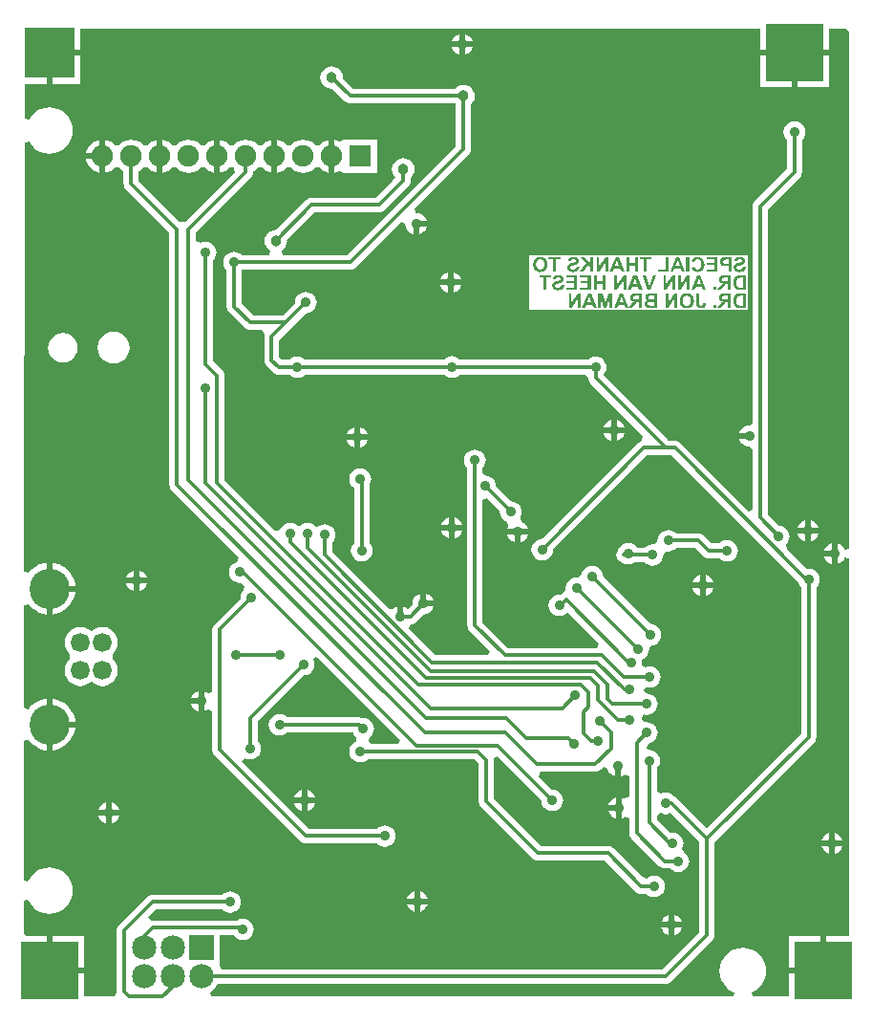
<source format=gbl>
%FSDAX24Y24*%
%MOIN*%
%SFA1B1*%

%IPPOS*%
%ADD31C,0.012000*%
%ADD33C,0.066200*%
%ADD34C,0.141000*%
%ADD35C,0.085000*%
%ADD36R,0.085000X0.085000*%
%ADD37R,0.175000X0.175000*%
%ADD38R,0.200000X0.200000*%
%ADD39C,0.075000*%
%ADD40R,0.075000X0.075000*%
%ADD41C,0.035000*%
%ADD42C,0.038000*%
%LNmotherboard-1*%
%LPD*%
G36*
X039400Y044241D02*
Y026215D01*
X039250Y026185*
X039228Y026239*
X039167Y026317*
X039089Y026378*
X039000Y026414*
Y026050*
Y025686*
X039089Y025722*
X039167Y025783*
X039228Y025861*
X039250Y025915*
X039400Y025885*
Y012700*
X038600*
Y011500*
X038500*
Y011400*
X037300*
Y010600*
X036030*
X036008Y010750*
X036010Y010751*
X036151Y010826*
X036273Y010927*
X036374Y011049*
X036449Y011190*
X036495Y011342*
X036511Y011500*
X036495Y011658*
X036449Y011810*
X036374Y011951*
X036273Y012073*
X036151Y012174*
X036010Y012249*
X035858Y012295*
X035700Y012311*
X035542Y012295*
X035390Y012249*
X035249Y012174*
X035127Y012073*
X035026Y011951*
X034951Y011810*
X034905Y011658*
X034889Y011500*
X034905Y011342*
X034951Y011190*
X035026Y011049*
X035127Y010927*
X035249Y010826*
X035390Y010751*
X035392Y010750*
X035370Y010600*
X017134*
X017097Y010750*
X017149Y010778*
X017244Y010856*
X017322Y010951*
X017369Y011038*
X033000*
X033068Y011047*
X033131Y011073*
X033185Y011115*
X034635Y012565*
X034677Y012619*
X034703Y012682*
X034712Y012750*
Y015991*
X038185Y019465*
X038227Y019519*
X038253Y019582*
X038262Y019650*
Y024879*
X038267Y024883*
X038328Y024961*
X038365Y025052*
X038378Y025150*
X038365Y025248*
X038328Y025339*
X038267Y025417*
X038189Y025478*
X038098Y025515*
X038000Y025528*
X037914Y025517*
X037228Y026203*
X037217Y026383*
X037278Y026461*
X037315Y026552*
X037328Y026650*
X037315Y026748*
X037278Y026839*
X037217Y026917*
X037139Y026978*
X037048Y027015*
X036950Y027028*
X036943Y027027*
X036562Y027409*
Y038041*
X037685Y039165*
X037727Y039219*
X037753Y039282*
X037762Y039350*
Y040479*
X037767Y040483*
X037828Y040561*
X037865Y040652*
X037878Y040750*
X037865Y040848*
X037828Y040939*
X037767Y041017*
X037689Y041078*
X037598Y041115*
X037500Y041128*
X037402Y041115*
X037311Y041078*
X037233Y041017*
X037172Y040939*
X037135Y040848*
X037122Y040750*
X037135Y040652*
X037172Y040561*
X037233Y040483*
X037238Y040479*
Y039459*
X036115Y038335*
X036073Y038281*
X036047Y038218*
X036038Y038150*
Y030605*
X035950Y030528*
X035852Y030515*
X035761Y030478*
X035683Y030417*
X035622Y030339*
X035586Y030250*
X035950*
Y030050*
X035586*
X035622Y029961*
X035683Y029883*
X035761Y029822*
X035852Y029785*
X035950Y029772*
X036038Y029695*
Y027589*
X035899Y027532*
X033510Y029920*
X033456Y029962*
X033393Y029988*
X033325Y029997*
X033114*
X030832Y032279*
X030887Y032351*
X030925Y032443*
X030938Y032541*
X030925Y032638*
X030887Y032730*
X030827Y032808*
X030749Y032868*
X030657Y032906*
X030559Y032919*
X030462Y032906*
X030370Y032868*
X030310Y032822*
X025821*
X025817Y032827*
X025739Y032887*
X025648Y032925*
X025550Y032938*
X025452Y032925*
X025361Y032887*
X025283Y032827*
X025271Y032812*
X020421*
X020417Y032817*
X020339Y032878*
X020248Y032915*
X020150Y032928*
X020052Y032915*
X019961Y032878*
X019883Y032817*
X019879Y032812*
X019609*
X019517Y032904*
Y033496*
X019935Y033915*
X020443Y034423*
X020450Y034422*
X020548Y034435*
X020639Y034472*
X020717Y034533*
X020778Y034611*
X020815Y034702*
X020828Y034800*
X020815Y034898*
X020778Y034989*
X020717Y035067*
X020639Y035128*
X020548Y035165*
X020450Y035178*
X020352Y035165*
X020261Y035128*
X020183Y035067*
X020122Y034989*
X020085Y034898*
X020072Y034800*
X020073Y034793*
X019641Y034362*
X018619*
X018212Y034769*
Y035929*
X018217Y035933*
X018221Y035938*
X022000*
X022068Y035947*
X022131Y035973*
X022185Y036015*
X023778Y037607*
X023893Y037561*
X023923Y037540*
X023935Y037452*
X023972Y037361*
X024033Y037283*
X024111Y037222*
X024200Y037186*
Y037550*
X024300*
Y037650*
X024664*
X024628Y037739*
X024567Y037817*
X024489Y037878*
X024398Y037915*
X024310Y037927*
X024289Y037957*
X024243Y038072*
X026135Y039965*
X026177Y040019*
X026203Y040082*
X026212Y040150*
Y041710*
X026228Y041722*
X026291Y041803*
X026330Y041898*
X026343Y042000*
X026330Y042102*
X026291Y042197*
X026228Y042278*
X026147Y042341*
X026052Y042380*
X025950Y042393*
X025848Y042380*
X025753Y042341*
X025672Y042278*
X025660Y042262*
X022109*
X021741Y042630*
X021743Y042650*
X021730Y042752*
X021691Y042847*
X021628Y042928*
X021547Y042991*
X021452Y043030*
X021350Y043043*
X021248Y043030*
X021153Y042991*
X021072Y042928*
X021009Y042847*
X020970Y042752*
X020957Y042650*
X020970Y042548*
X021009Y042453*
X021072Y042372*
X021153Y042309*
X021248Y042270*
X021350Y042257*
X021370Y042259*
X021815Y041815*
X021869Y041773*
X021932Y041747*
X022000Y041738*
X025660*
X025672Y041722*
X025688Y041710*
Y040259*
X021891Y036462*
X019634*
X019599Y036600*
X019600Y036612*
X019678Y036672*
X019741Y036753*
X019780Y036848*
X019793Y036950*
X019791Y036970*
X020759Y037938*
X023000*
X023068Y037947*
X023131Y037973*
X023185Y038015*
X024035Y038865*
X024077Y038919*
X024103Y038982*
X024112Y039050*
Y039160*
X024128Y039172*
X024191Y039253*
X024230Y039348*
X024243Y039450*
X024230Y039552*
X024191Y039647*
X024128Y039728*
X024047Y039791*
X023952Y039830*
X023850Y039843*
X023748Y039830*
X023653Y039791*
X023572Y039728*
X023509Y039647*
X023470Y039552*
X023457Y039450*
X023470Y039348*
X023509Y039253*
X023572Y039172*
X023481Y039052*
X022891Y038462*
X020650*
X020582Y038453*
X020519Y038427*
X020465Y038385*
X019420Y037341*
X019400Y037343*
X019298Y037330*
X019203Y037291*
X019122Y037228*
X019059Y037147*
X019020Y037052*
X019007Y036950*
X019020Y036848*
X019059Y036753*
X019122Y036672*
X019200Y036612*
X019201Y036600*
X019166Y036462*
X018221*
X018217Y036467*
X018139Y036528*
X018048Y036565*
X017950Y036578*
X017852Y036565*
X017761Y036528*
X017683Y036467*
X017622Y036389*
X017585Y036298*
X017572Y036200*
X017585Y036102*
X017622Y036011*
X017683Y035933*
X017688Y035929*
Y034660*
X017697Y034592*
X017723Y034529*
X017765Y034475*
X018325Y033915*
X018379Y033873*
X018442Y033847*
X018510Y033838*
X018917*
X018947Y033810*
X019008Y033688*
X019002Y033673*
X018993Y033605*
Y032795*
X019002Y032727*
X019028Y032664*
X019070Y032610*
X019315Y032365*
X019369Y032323*
X019432Y032297*
X019500Y032288*
X019879*
X019883Y032283*
X019961Y032222*
X020052Y032185*
X020150Y032172*
X020248Y032185*
X020339Y032222*
X020417Y032283*
X020421Y032288*
X025288*
X025361Y032232*
X025452Y032194*
X025550Y032181*
X025648Y032194*
X025739Y032232*
X025817Y032292*
X025821Y032297*
X030205*
X030297Y032181*
X030306Y032113*
X030332Y032049*
X030374Y031995*
X032223Y030146*
X032177Y029988*
X032114Y029962*
X032060Y029920*
X028707Y026567*
X028700Y026568*
X028602Y026555*
X028511Y026518*
X028433Y026457*
X028372Y026379*
X028335Y026288*
X028322Y026190*
X028335Y026092*
X028372Y026001*
X028433Y025923*
X028511Y025862*
X028602Y025825*
X028700Y025812*
X028798Y025825*
X028889Y025862*
X028967Y025923*
X029028Y026001*
X029065Y026092*
X029078Y026190*
X029077Y026197*
X032354Y029473*
X033216*
X037634Y025055*
X037635Y025052*
X037672Y024961*
X037733Y024883*
X037738Y024879*
Y019759*
X034450Y016471*
X033395Y017525*
X033341Y017567*
X033308Y017581*
X033287Y017607*
X033209Y017668*
X033118Y017705*
X033020Y017718*
X032922Y017705*
X032831Y017668*
X032692Y017750*
Y018559*
X032697Y018563*
X032758Y018641*
X032795Y018732*
X032808Y018830*
X032795Y018928*
X032758Y019019*
X032697Y019097*
X032619Y019158*
X032528Y019195*
X032430Y019208*
X032412Y019206*
X032352Y019250*
X032347Y019286*
X032448Y019435*
X032539Y019472*
X032617Y019533*
X032678Y019611*
X032715Y019702*
X032728Y019800*
X032715Y019898*
X032678Y019989*
X032617Y020067*
X032539Y020128*
X032448Y020165*
X032350Y020178*
X032282Y020169*
X032168Y020269*
X032173Y020310*
X032252Y020435*
X032350Y020422*
X032448Y020435*
X032539Y020472*
X032617Y020533*
X032678Y020611*
X032715Y020702*
X032728Y020800*
X032715Y020898*
X032678Y020989*
X032617Y021067*
X032539Y021128*
X032448Y021165*
X032350Y021178*
X032337Y021177*
X032214Y021290*
X032350Y021383*
X032361Y021384*
X032450Y021372*
X032548Y021385*
X032639Y021422*
X032717Y021483*
X032778Y021561*
X032815Y021652*
X032828Y021750*
X032815Y021848*
X032778Y021939*
X032717Y022017*
X032639Y022078*
X032548Y022115*
X032450Y022128*
X032352Y022115*
X032299Y022093*
X032229Y022129*
X032207Y022148*
X032170Y022197*
X032178Y022260*
X032167Y022343*
X032239Y022372*
X032317Y022433*
X032378Y022511*
X032415Y022602*
X032428Y022700*
Y022702*
X032466Y022820*
X032553Y022857*
X032573Y022860*
X032664Y022897*
X032742Y022958*
X032803Y023036*
X032840Y023127*
X032853Y023225*
X032840Y023323*
X032803Y023414*
X032742Y023492*
X032664Y023553*
X032573Y023590*
X032475Y023603*
X032468Y023602*
X030827Y025243*
X030828Y025250*
X030815Y025348*
X030778Y025439*
X030717Y025517*
X030639Y025578*
X030548Y025615*
X030450Y025628*
X030352Y025615*
X030261Y025578*
X030183Y025517*
X030122Y025439*
X030085Y025348*
X030084Y025342*
X030015Y025240*
X029924Y025225*
X029900Y025228*
X029802Y025215*
X029711Y025178*
X029633Y025117*
X029572Y025039*
X029535Y024948*
X029522Y024850*
X029523Y024840*
X029524Y024745*
X029407Y024668*
X029394Y024662*
X029342Y024623*
X029300Y024628*
X029202Y024615*
X029111Y024578*
X029033Y024517*
X028972Y024439*
X028935Y024348*
X028922Y024250*
X028935Y024152*
X028972Y024061*
X029033Y023983*
X029111Y023922*
X029202Y023885*
X029300Y023872*
X029398Y023885*
X029489Y023922*
X029567Y023983*
X029604Y023985*
X030677Y022912*
X030615Y022762*
X027509*
X026612Y023659*
Y027905*
X026762Y027967*
X027223Y027507*
X027222Y027500*
X027235Y027402*
X027272Y027311*
X027333Y027233*
X027411Y027172*
X027459Y027153*
X027519Y027017*
X027522Y026993*
X027519Y026981*
X027486Y026900*
X028214*
X028178Y026989*
X028117Y027067*
X028039Y027128*
X027991Y027147*
X027931Y027283*
X027928Y027307*
X027931Y027319*
X027965Y027402*
X027978Y027500*
X027965Y027598*
X027928Y027689*
X027867Y027767*
X027789Y027828*
X027698Y027865*
X027600Y027878*
X027593Y027877*
X027077Y028393*
X027078Y028400*
X027065Y028498*
X027028Y028589*
X026967Y028667*
X026889Y028728*
X026798Y028765*
X026700Y028778*
X026612Y028855*
Y029029*
X026617Y029033*
X026678Y029111*
X026715Y029202*
X026728Y029300*
X026715Y029398*
X026678Y029489*
X026617Y029567*
X026539Y029628*
X026448Y029665*
X026350Y029678*
X026252Y029665*
X026161Y029628*
X026083Y029567*
X026022Y029489*
X025985Y029398*
X025972Y029300*
X025985Y029202*
X026022Y029111*
X026083Y029033*
X026088Y029029*
Y023550*
X026097Y023482*
X026123Y023419*
X026165Y023365*
X026878Y022651*
X026821Y022512*
X024959*
X024033Y023438*
X024095Y023588*
X024100*
X024168Y023597*
X024231Y023623*
X024285Y023665*
X024543Y023923*
X024550Y023922*
X024648Y023935*
X024739Y023972*
X024817Y024033*
X024878Y024111*
X024914Y024200*
X024550*
Y024300*
X024450*
Y024664*
X024361Y024628*
X024283Y024567*
X024222Y024489*
X024185Y024398*
X024172Y024300*
X024173Y024293*
X024006Y024127*
X023939Y024178*
X023850Y024214*
Y023850*
X023650*
Y024214*
X023561Y024178*
X023483Y024117*
X023361Y024110*
X021362Y026109*
Y026429*
X021367Y026433*
X021428Y026511*
X021465Y026602*
X021478Y026700*
X021465Y026798*
X021428Y026889*
X021367Y026967*
X021289Y027028*
X021198Y027065*
X021100Y027078*
X021002Y027065*
X020911Y027028*
X020833Y026967*
X020806*
X020767Y027017*
X020689Y027078*
X020598Y027115*
X020500Y027128*
X020402Y027115*
X020311Y027078*
X020233Y027017*
X020167*
X020089Y027078*
X019998Y027115*
X019900Y027128*
X019802Y027115*
X019711Y027078*
X019633Y027017*
X019572Y026939*
X019549Y026884*
X019442Y026842*
X019382Y026839*
X017612Y028609*
Y032250*
X017603Y032318*
X017577Y032381*
X017535Y032435*
X017212Y032759*
Y036279*
X017217Y036283*
X017278Y036361*
X017315Y036452*
X017328Y036550*
X017315Y036648*
X017278Y036739*
X017217Y036817*
X017139Y036878*
X017048Y036915*
X016950Y036928*
X016852Y036915*
X016761Y036878*
X016612Y036953*
Y037241*
X018535Y039165*
X018577Y039219*
X018603Y039282*
X018612Y039350*
Y039386*
X018640Y039398*
X018760Y039490*
X018775Y039509*
X018925*
X018940Y039490*
X019060Y039398*
X019200Y039340*
X019250Y039333*
Y039900*
Y040467*
X019200Y040460*
X019060Y040402*
X018940Y040310*
X018925Y040291*
X018775*
X018760Y040310*
X018640Y040402*
X018500Y040460*
X018350Y040480*
X018200Y040460*
X018060Y040402*
X017940Y040310*
X017925Y040291*
X017775*
X017760Y040310*
X017640Y040402*
X017500Y040460*
X017450Y040467*
Y039900*
Y039333*
X017500Y039340*
X017640Y039398*
X017760Y039490*
X017775Y039509*
X017925*
X017940Y039490*
X017951Y039481*
X017961Y039332*
X016255Y037626*
X016248Y037621*
X016052*
X016045Y037626*
X014612Y039059*
Y039386*
X014640Y039398*
X014760Y039490*
X014775Y039509*
X014925*
X014940Y039490*
X015060Y039398*
X015200Y039340*
X015250Y039333*
Y039900*
Y040467*
X015200Y040460*
X015060Y040402*
X014940Y040310*
X014925Y040291*
X014775*
X014760Y040310*
X014640Y040402*
X014500Y040460*
X014350Y040480*
X014200Y040460*
X014060Y040402*
X013940Y040310*
X013925Y040291*
X013775*
X013760Y040310*
X013640Y040402*
X013500Y040460*
X013450Y040467*
Y039900*
Y039333*
X013500Y039340*
X013640Y039398*
X013760Y039490*
X013775Y039509*
X013925*
X013940Y039490*
X014060Y039398*
X014088Y039386*
Y038950*
X014097Y038882*
X014123Y038819*
X014165Y038765*
X015688Y037241*
Y028450*
X015697Y028382*
X015723Y028319*
X015765Y028265*
X018105Y025924*
X018052Y025765*
X017961Y025728*
X017883Y025667*
X017822Y025589*
X017785Y025498*
X017772Y025400*
X017785Y025302*
X017822Y025211*
X017883Y025133*
X017961Y025072*
X018052Y025035*
X018150Y025022*
X018199Y025028*
X018304Y024922*
X018289Y024773*
X018283Y024767*
X018222Y024689*
X018185Y024598*
X018172Y024500*
X018173Y024493*
X017265Y023585*
X017223Y023531*
X017197Y023468*
X017188Y023400*
Y021257*
X017140Y021222*
X017038Y021190*
X016989Y021228*
X016900Y021264*
Y020900*
Y020536*
X016989Y020572*
X017038Y020610*
X017140Y020578*
X017188Y020543*
Y019200*
X017197Y019132*
X017223Y019069*
X017265Y019015*
X020265Y016015*
X020319Y015973*
X020382Y015947*
X020450Y015938*
X022929*
X022933Y015933*
X023011Y015872*
X023102Y015835*
X023200Y015822*
X023298Y015835*
X023389Y015872*
X023467Y015933*
X023528Y016011*
X023565Y016102*
X023578Y016200*
X023565Y016298*
X023528Y016389*
X023467Y016467*
X023389Y016528*
X023298Y016565*
X023200Y016578*
X023102Y016565*
X023011Y016528*
X022933Y016467*
X022929Y016462*
X020559*
X018210Y018810*
X018310Y018923*
X018311Y018922*
X018402Y018885*
X018500Y018872*
X018598Y018885*
X018689Y018922*
X018767Y018983*
X018828Y019061*
X018865Y019152*
X018878Y019250*
X018865Y019348*
X018828Y019439*
X018767Y019517*
X018762Y019521*
Y020211*
X020363Y021813*
X020370Y021812*
X020468Y021825*
X020559Y021862*
X020637Y021923*
X020698Y022001*
X020735Y022092*
X020748Y022190*
X020735Y022288*
X020698Y022379*
X020819Y022460*
X023728Y019551*
X023671Y019412*
X022718*
X022664Y019471*
X022658Y019509*
X022686Y019659*
X022717Y019683*
X022778Y019761*
X022815Y019852*
X022828Y019950*
X022815Y020048*
X022778Y020139*
X022717Y020217*
X022639Y020278*
X022548Y020315*
X022450Y020328*
X022412Y020323*
X022388Y020333*
X022320Y020342*
X019801*
X019797Y020347*
X019719Y020408*
X019628Y020445*
X019530Y020458*
X019432Y020445*
X019341Y020408*
X019263Y020347*
X019202Y020269*
X019165Y020178*
X019152Y020080*
X019165Y019982*
X019202Y019891*
X019263Y019813*
X019341Y019752*
X019432Y019715*
X019530Y019702*
X019628Y019715*
X019719Y019752*
X019797Y019813*
X019801Y019818*
X022099*
X022122Y019761*
X022183Y019683*
X022218Y019656*
X022219Y019649*
X022204Y019508*
X022195Y019492*
X022161Y019478*
X022083Y019417*
X022022Y019339*
X021985Y019248*
X021972Y019150*
X021985Y019052*
X022022Y018961*
X022083Y018883*
X022161Y018822*
X022252Y018785*
X022350Y018772*
X022448Y018785*
X022539Y018822*
X022617Y018883*
X022621Y018888*
X026341*
X026488Y018741*
Y017400*
X026497Y017332*
X026523Y017269*
X026565Y017215*
X028365Y015415*
X028419Y015373*
X028482Y015347*
X028550Y015338*
X030891*
X031965Y014265*
X032019Y014223*
X032082Y014197*
X032150Y014188*
X032329*
X032333Y014183*
X032411Y014122*
X032502Y014085*
X032600Y014072*
X032698Y014085*
X032789Y014122*
X032867Y014183*
X032928Y014261*
X032965Y014352*
X032978Y014450*
X032965Y014548*
X032928Y014639*
X032867Y014717*
X032789Y014778*
X032698Y014815*
X032600Y014828*
X032502Y014815*
X032411Y014778*
X032333Y014717*
X032201Y014770*
X031185Y015785*
X031131Y015827*
X031068Y015853*
X031000Y015862*
X028659*
X027012Y017509*
Y018850*
X027004Y018913*
X027012Y018923*
X027133Y018996*
X028673Y017457*
X028672Y017450*
X028685Y017352*
X028722Y017261*
X028783Y017183*
X028861Y017122*
X028952Y017085*
X029050Y017072*
X029148Y017085*
X029239Y017122*
X029317Y017183*
X029378Y017261*
X029415Y017352*
X029428Y017450*
X029415Y017548*
X029378Y017639*
X029317Y017717*
X029239Y017778*
X029148Y017815*
X029050Y017828*
X029043Y017827*
X028583Y018288*
X028645Y018438*
X030550*
X030618Y018447*
X030681Y018473*
X030735Y018515*
X030826Y018605*
X030985Y018552*
X031022Y018461*
X031083Y018383*
X031161Y018322*
X031250Y018286*
Y018650*
X031450*
Y018286*
X031539Y018322*
X031588Y018360*
X031690Y018328*
X031738Y018293*
Y017577*
X031588Y017503*
X031569Y017518*
X031480Y017554*
Y017190*
Y016826*
X031569Y016862*
X031588Y016877*
X031738Y016803*
Y016300*
X031747Y016232*
X031773Y016169*
X031815Y016115*
X032785Y015145*
X032839Y015103*
X032902Y015077*
X032970Y015068*
X033179*
X033183Y015063*
X033261Y015002*
X033352Y014965*
X033450Y014952*
X033548Y014965*
X033639Y015002*
X033717Y015063*
X033778Y015141*
X033815Y015232*
X033828Y015330*
X033815Y015428*
X033778Y015519*
X033717Y015597*
X033639Y015658*
X033578Y015761*
X033615Y015852*
X033628Y015950*
X033615Y016048*
X033578Y016139*
X033517Y016217*
X033439Y016278*
X033348Y016315*
X033250Y016328*
X033155Y016316*
X032692Y016779*
Y016930*
X032831Y017012*
X032922Y016975*
X033020Y016962*
X033118Y016975*
X033179Y017000*
X034188Y015991*
Y012859*
X032891Y011562*
X017515*
X017425Y011675*
Y012738*
X017940*
X017983Y012683*
X018061Y012622*
X018152Y012585*
X018250Y012572*
X018348Y012585*
X018439Y012622*
X018517Y012683*
X018578Y012761*
X018615Y012852*
X018628Y012950*
X018615Y013048*
X018578Y013139*
X018517Y013217*
X018439Y013278*
X018348Y013315*
X018250Y013328*
X018152Y013315*
X018061Y013278*
X018041Y013262*
X015100*
X015037Y013254*
X015027Y013262*
X014954Y013383*
X015209Y013638*
X017529*
X017533Y013633*
X017611Y013572*
X017702Y013535*
X017800Y013522*
X017898Y013535*
X017989Y013572*
X018067Y013633*
X018128Y013711*
X018165Y013802*
X018178Y013900*
X018165Y013998*
X018128Y014089*
X018067Y014167*
X017989Y014228*
X017898Y014265*
X017800Y014278*
X017702Y014265*
X017611Y014228*
X017533Y014167*
X017529Y014162*
X015100*
X015032Y014153*
X014969Y014127*
X014915Y014085*
X013915Y013085*
X013873Y013031*
X013847Y012968*
X013838Y012900*
Y010790*
X013843Y010750*
X013806Y010678*
X013736Y010600*
X012700*
Y011400*
X011500*
Y011500*
X011400*
Y012700*
X010709*
X010603Y012806*
X010605Y013953*
X010751Y013990*
X010826Y013849*
X010927Y013727*
X011049Y013626*
X011190Y013551*
X011342Y013505*
X011500Y013489*
X011658Y013505*
X011810Y013551*
X011951Y013626*
X012073Y013727*
X012174Y013849*
X012249Y013990*
X012295Y014142*
X012311Y014300*
X012295Y014458*
X012249Y014610*
X012174Y014751*
X012073Y014873*
X011951Y014974*
X011810Y015049*
X011658Y015095*
X011500Y015111*
X011342Y015095*
X011190Y015049*
X011049Y014974*
X010927Y014873*
X010826Y014751*
X010751Y014610*
X010606Y014650*
X010613Y019514*
X010677Y019549*
X010763Y019562*
X010857Y019448*
X010995Y019335*
X011152Y019251*
X011323Y019199*
X011400Y019191*
Y020091*
Y020991*
X011323Y020983*
X011152Y020931*
X010995Y020847*
X010857Y020734*
X010765Y020622*
X010669Y020639*
X010615Y020670*
X010620Y024248*
X010641Y024261*
X010770Y024294*
X010857Y024188*
X010995Y024075*
X011152Y023991*
X011323Y023939*
X011400Y023932*
Y024831*
Y025731*
X011323Y025723*
X011152Y025671*
X010995Y025587*
X010857Y025474*
X010772Y025371*
X010632Y025409*
X010622Y025416*
X010644Y040371*
X010794Y040408*
X010826Y040349*
X010927Y040227*
X011049Y040126*
X011190Y040051*
X011342Y040005*
X011500Y039989*
X011658Y040005*
X011810Y040051*
X011951Y040126*
X012073Y040227*
X012174Y040349*
X012249Y040490*
X012295Y040642*
X012311Y040800*
X012295Y040958*
X012249Y041110*
X012174Y041251*
X012073Y041373*
X011951Y041474*
X011810Y041549*
X011658Y041595*
X011500Y041611*
X011342Y041595*
X011190Y041549*
X011049Y041474*
X010927Y041373*
X010826Y041251*
X010795Y041194*
X010645Y041231*
X010647Y042425*
X011400*
Y043500*
X011500*
Y043600*
X012575*
Y044350*
X036300*
Y043600*
X038700*
Y044350*
X039300*
X039400Y044241*
G37*
%LNmotherboard-2*%
%LPC*%
G36*
X016700Y021264D02*
X016611Y021228D01*
X016533Y021167*
X016472Y021089*
X016436Y021000*
X016700*
Y021264*
G37*
G36*
Y020800D02*
X016436D01*
X016472Y020711*
X016533Y020633*
X016611Y020572*
X016700Y020536*
Y020800*
G37*
G36*
X013354Y023489D02*
X013216Y023471D01*
X013086Y023417*
X013076Y023409*
X012961Y023341*
X012845Y023409*
X012835Y023417*
X012706Y023471*
X012567Y023489*
X012428Y023471*
X012299Y023417*
X012188Y023332*
X012103Y023221*
X012049Y023092*
X012031Y022953*
X012049Y022815*
X012103Y022685*
X012188Y022574*
X012215Y022554*
Y022368*
X012188Y022348*
X012103Y022237*
X012049Y022108*
X012031Y021969*
X012049Y021830*
X012103Y021701*
X012188Y021590*
X012299Y021505*
X012428Y021452*
X012567Y021433*
X012706Y021452*
X012835Y021505*
X012845Y021513*
X012961Y021581*
X013076Y021513*
X013086Y021505*
X013216Y021452*
X013354Y021433*
X013493Y021452*
X013622Y021505*
X013733Y021590*
X013818Y021701*
X013872Y021830*
X013890Y021969*
X013872Y022108*
X013818Y022237*
X013733Y022348*
X013706Y022368*
Y022554*
X013733Y022574*
X013818Y022685*
X013872Y022815*
X013890Y022953*
X013872Y023092*
X013818Y023221*
X013733Y023332*
X013622Y023417*
X013493Y023471*
X013354Y023489*
G37*
G36*
X012400Y024731D02*
X011600D01*
Y023932*
X011677Y023939*
X011848Y023991*
X012005Y024075*
X012143Y024188*
X012256Y024326*
X012340Y024483*
X012392Y024654*
X012400Y024731*
G37*
G36*
X024650Y024664D02*
Y024400D01*
X024914*
X024878Y024489*
X024817Y024567*
X024739Y024628*
X024650Y024664*
G37*
G36*
X020310Y017814D02*
X020221Y017778D01*
X020143Y017717*
X020082Y017639*
X020046Y017550*
X020310*
Y017814*
G37*
G36*
X031280Y017554D02*
X031191Y017518D01*
X031113Y017457*
X031052Y017379*
X031016Y017290*
X031280*
Y017554*
G37*
G36*
X020510Y017814D02*
Y017550D01*
X020774*
X020738Y017639*
X020677Y017717*
X020599Y017778*
X020510Y017814*
G37*
G36*
X011600Y020991D02*
Y020191D01*
X012400*
X012392Y020268*
X012340Y020439*
X012256Y020596*
X012143Y020734*
X012005Y020847*
X011848Y020931*
X011677Y020983*
X011600Y020991*
G37*
G36*
X012400Y019991D02*
X011600D01*
Y019191*
X011677Y019199*
X011848Y019251*
X012005Y019335*
X012143Y019448*
X012256Y019586*
X012340Y019743*
X012392Y019914*
X012400Y019991*
G37*
G36*
X034410Y025304D02*
Y025040D01*
X034674*
X034638Y025129*
X034577Y025207*
X034499Y025268*
X034410Y025304*
G37*
G36*
X034210D02*
X034121Y025268D01*
X034043Y025207*
X033982Y025129*
X033946Y025040*
X034210*
Y025304*
G37*
G36*
X014450Y025464D02*
X014361Y025428D01*
X014283Y025367*
X014222Y025289*
X014186Y025200*
X014450*
Y025464*
G37*
G36*
X038800Y025950D02*
X038536D01*
X038572Y025861*
X038633Y025783*
X038711Y025722*
X038800Y025686*
Y025950*
G37*
G36*
X014650Y025464D02*
Y025200D01*
X014914*
X014878Y025289*
X014817Y025367*
X014739Y025428*
X014650Y025464*
G37*
G36*
X034674Y024840D02*
X034410D01*
Y024576*
X034499Y024612*
X034577Y024673*
X034638Y024751*
X034674Y024840*
G37*
G36*
X034210D02*
X033946D01*
X033982Y024751*
X034043Y024673*
X034121Y024612*
X034210Y024576*
Y024840*
G37*
G36*
X014450Y025000D02*
X014186D01*
X014222Y024911*
X014283Y024833*
X014361Y024772*
X014450Y024736*
Y025000*
G37*
G36*
X011600Y025731D02*
Y024931D01*
X012400*
X012392Y025009*
X012340Y025179*
X012256Y025336*
X012143Y025474*
X012005Y025587*
X011848Y025671*
X011677Y025723*
X011600Y025731*
G37*
G36*
X014914Y025000D02*
X014650D01*
Y024736*
X014739Y024772*
X014817Y024833*
X014878Y024911*
X014914Y025000*
G37*
G36*
X013670Y017374D02*
Y017110D01*
X013934*
X013898Y017199*
X013837Y017277*
X013759Y017338*
X013670Y017374*
G37*
G36*
X024230Y013830D02*
X023966D01*
X024002Y013741*
X024063Y013663*
X024141Y013602*
X024230Y013566*
Y013830*
G37*
G36*
X033320Y013464D02*
Y013200D01*
X033584*
X033548Y013289*
X033487Y013367*
X033409Y013428*
X033320Y013464*
G37*
G36*
X024694Y013830D02*
X024430D01*
Y013566*
X024519Y013602*
X024597Y013663*
X024658Y013741*
X024694Y013830*
G37*
G36*
X024430Y014294D02*
Y014030D01*
X024694*
X024658Y014119*
X024597Y014197*
X024519Y014258*
X024430Y014294*
G37*
G36*
X024230D02*
X024141Y014258D01*
X024063Y014197*
X024002Y014119*
X023966Y014030*
X024230*
Y014294*
G37*
G36*
X038400Y012700D02*
X037300D01*
Y011600*
X038400*
Y012700*
G37*
G36*
X012700D02*
X011600D01*
Y011600*
X012700*
Y012700*
G37*
G36*
X033120Y013000D02*
X032856D01*
X032892Y012911*
X032953Y012833*
X033031Y012772*
X033120Y012736*
Y013000*
G37*
G36*
Y013464D02*
X033031Y013428D01*
X032953Y013367*
X032892Y013289*
X032856Y013200*
X033120*
Y013464*
G37*
G36*
X033584Y013000D02*
X033320D01*
Y012736*
X033409Y012772*
X033487Y012833*
X033548Y012911*
X033584Y013000*
G37*
G36*
X031280Y017090D02*
X031016D01*
X031052Y017001*
X031113Y016923*
X031191Y016862*
X031280Y016826*
Y017090*
G37*
G36*
X013934Y016910D02*
X013670D01*
Y016646*
X013759Y016682*
X013837Y016743*
X013898Y016821*
X013934Y016910*
G37*
G36*
X020310Y017350D02*
X020046D01*
X020082Y017261*
X020143Y017183*
X020221Y017122*
X020310Y017086*
Y017350*
G37*
G36*
X013470Y017374D02*
X013381Y017338D01*
X013303Y017277*
X013242Y017199*
X013206Y017110*
X013470*
Y017374*
G37*
G36*
X020774Y017350D02*
X020510D01*
Y017086*
X020599Y017122*
X020677Y017183*
X020738Y017261*
X020774Y017350*
G37*
G36*
X039184Y015850D02*
X038920D01*
Y015586*
X039009Y015622*
X039087Y015683*
X039148Y015761*
X039184Y015850*
G37*
G36*
X038720D02*
X038456D01*
X038492Y015761*
X038553Y015683*
X038631Y015622*
X038720Y015586*
Y015850*
G37*
G36*
Y016314D02*
X038631Y016278D01*
X038553Y016217*
X038492Y016139*
X038456Y016050*
X038720*
Y016314*
G37*
G36*
X013470Y016910D02*
X013206D01*
X013242Y016821*
X013303Y016743*
X013381Y016682*
X013470Y016646*
Y016910*
G37*
G36*
X038920Y016314D02*
Y016050D01*
X039184*
X039148Y016139*
X039087Y016217*
X039009Y016278*
X038920Y016314*
G37*
G36*
X025600Y035864D02*
Y035600D01*
X025864*
X025828Y035689*
X025767Y035767*
X025689Y035828*
X025600Y035864*
G37*
G36*
X025400D02*
X025311Y035828D01*
X025233Y035767*
X025172Y035689*
X025136Y035600*
X025400*
Y035864*
G37*
G36*
X024664Y037450D02*
X024400D01*
Y037186*
X024489Y037222*
X024567Y037283*
X024628Y037361*
X024664Y037450*
G37*
G36*
X013250Y040467D02*
X013200Y040460D01*
X013060Y040402*
X012940Y040310*
X012848Y040190*
X012790Y040050*
X012783Y040000*
X013250*
Y040467*
G37*
G36*
Y039800D02*
X012783D01*
X012790Y039750*
X012848Y039610*
X012940Y039490*
X013060Y039398*
X013200Y039340*
X013250Y039333*
Y039800*
G37*
G36*
X011968Y033747D02*
X011834Y033730D01*
X011709Y033678*
X011601Y033595*
X011519Y033488*
X011467Y033362*
X011449Y033228*
X011467Y033094*
X011519Y032968*
X011601Y032861*
X011709Y032778*
X011834Y032726*
X011968Y032709*
X012103Y032726*
X012228Y032778*
X012336Y032861*
X012418Y032968*
X012470Y033094*
X012488Y033228*
X012470Y033362*
X012418Y033488*
X012336Y033595*
X012228Y033678*
X012103Y033730*
X011968Y033747*
G37*
G36*
X013740Y033787D02*
X013595Y033768D01*
X013461Y033712*
X013345Y033623*
X013256Y033508*
X013200Y033373*
X013181Y033228*
X013200Y033083*
X013256Y032948*
X013345Y032833*
X013461Y032744*
X013595Y032688*
X013740Y032669*
X013885Y032688*
X014020Y032744*
X014136Y032833*
X014224Y032948*
X014280Y033083*
X014299Y033228*
X014280Y033373*
X014224Y033508*
X014136Y033623*
X014020Y033712*
X013885Y033768*
X013740Y033787*
G37*
G36*
X035860Y036455D02*
X028240D01*
Y034540*
X035860*
Y036455*
G37*
G36*
X025864Y035400D02*
X025600D01*
Y035136*
X025689Y035172*
X025767Y035233*
X025828Y035311*
X025864Y035400*
G37*
G36*
X025400D02*
X025136D01*
X025172Y035311*
X025233Y035233*
X025311Y035172*
X025400Y035136*
Y035400*
G37*
G36*
X025800Y043700D02*
X025536D01*
X025572Y043611*
X025633Y043533*
X025711Y043472*
X025800Y043436*
Y043700*
G37*
G36*
X012575Y043400D02*
X011600D01*
Y042425*
X012575*
Y043400*
G37*
G36*
X026264Y043700D02*
X026000D01*
Y043436*
X026089Y043472*
X026167Y043533*
X026228Y043611*
X026264Y043700*
G37*
G36*
X026000Y044164D02*
Y043900D01*
X026264*
X026228Y043989*
X026167Y044067*
X026089Y044128*
X026000Y044164*
G37*
G36*
X025800D02*
X025711Y044128D01*
X025633Y044067*
X025572Y043989*
X025536Y043900*
X025800*
Y044164*
G37*
G36*
X020350Y040480D02*
X020200Y040460D01*
X020060Y040402*
X019940Y040310*
X019925Y040291*
X019775*
X019760Y040310*
X019640Y040402*
X019500Y040460*
X019450Y040467*
Y039900*
Y039333*
X019500Y039340*
X019640Y039398*
X019760Y039490*
X019775Y039509*
X019925*
X019940Y039490*
X020060Y039398*
X020200Y039340*
X020350Y039320*
X020500Y039340*
X020640Y039398*
X020760Y039490*
X020775Y039509*
X020925*
X020940Y039490*
X021060Y039398*
X021200Y039340*
X021250Y039333*
Y039900*
Y040467*
X021200Y040460*
X021060Y040402*
X020940Y040310*
X020925Y040291*
X020775*
X020760Y040310*
X020640Y040402*
X020500Y040460*
X020350Y040480*
G37*
G36*
X016350D02*
X016200Y040460D01*
X016060Y040402*
X015940Y040310*
X015925Y040291*
X015775*
X015760Y040310*
X015640Y040402*
X015500Y040460*
X015450Y040467*
Y039900*
Y039333*
X015500Y039340*
X015640Y039398*
X015760Y039490*
X015775Y039509*
X015925*
X015940Y039490*
X016060Y039398*
X016200Y039340*
X016350Y039320*
X016500Y039340*
X016640Y039398*
X016760Y039490*
X016775Y039509*
X016925*
X016940Y039490*
X017060Y039398*
X017200Y039340*
X017250Y039333*
Y039900*
Y040467*
X017200Y040460*
X017060Y040402*
X016940Y040310*
X016925Y040291*
X016775*
X016760Y040310*
X016640Y040402*
X016500Y040460*
X016350Y040480*
G37*
G36*
X021775Y040475D02*
X021649Y040417D01*
X021625Y040408*
X021500Y040460*
X021450Y040467*
Y039900*
Y039333*
X021500Y039340*
X021625Y039392*
X021648Y039383*
X021775Y039325*
X022925*
Y040475*
X021775*
G37*
G36*
X038700Y043400D02*
X037600D01*
Y042300*
X038700*
Y043400*
G37*
G36*
X037400D02*
X036300D01*
Y042300*
X037400*
Y043400*
G37*
G36*
X031300Y030714D02*
Y030450D01*
X031564*
X031528Y030539*
X031467Y030617*
X031389Y030678*
X031300Y030714*
G37*
G36*
X038344Y026740D02*
X038080D01*
Y026476*
X038169Y026512*
X038247Y026573*
X038308Y026651*
X038344Y026740*
G37*
G36*
X037880D02*
X037616D01*
X037652Y026651*
X037713Y026573*
X037791Y026512*
X037880Y026476*
Y026740*
G37*
G36*
X025450Y026850D02*
X025186D01*
X025222Y026761*
X025283Y026683*
X025361Y026622*
X025450Y026586*
Y026850*
G37*
G36*
X037880Y027204D02*
X037791Y027168D01*
X037713Y027107*
X037652Y027029*
X037616Y026940*
X037880*
Y027204*
G37*
G36*
X025914Y026850D02*
X025650D01*
Y026586*
X025739Y026622*
X025817Y026683*
X025878Y026761*
X025914Y026850*
G37*
G36*
X038800Y026414D02*
X038711Y026378D01*
X038633Y026317*
X038572Y026239*
X038536Y026150*
X038800*
Y026414*
G37*
G36*
X022350Y029028D02*
X022252Y029015D01*
X022161Y028978*
X022083Y028917*
X022022Y028839*
X021985Y028748*
X021972Y028650*
X021985Y028552*
X022022Y028461*
X022083Y028383*
X022138Y028340*
Y026431*
X022133Y026427*
X022072Y026349*
X022035Y026258*
X022022Y026160*
X022035Y026062*
X022072Y025971*
X022133Y025893*
X022211Y025832*
X022302Y025795*
X022400Y025782*
X022498Y025795*
X022589Y025832*
X022667Y025893*
X022728Y025971*
X022765Y026062*
X022778Y026160*
X022765Y026258*
X022728Y026349*
X022667Y026427*
X022662Y026431*
Y028441*
X022678Y028461*
X022715Y028552*
X022728Y028650*
X022715Y028748*
X022678Y028839*
X022617Y028917*
X022539Y028978*
X022448Y029015*
X022350Y029028*
G37*
G36*
X033100Y026878D02*
X033002Y026865D01*
X032911Y026828*
X032833Y026767*
X032772Y026689*
X032735Y026598*
X032722Y026500*
Y026497*
X032704Y026465*
X032592Y026373*
X032550Y026378*
X032452Y026365*
X032361Y026328*
X032283Y026267*
X032279Y026262*
X032010*
X031967Y026317*
X031889Y026378*
X031798Y026415*
X031700Y026428*
X031602Y026415*
X031511Y026378*
X031433Y026317*
X031372Y026239*
X031335Y026148*
X031334Y026146*
X031323Y026131*
X031297Y026068*
X031288Y026000*
X031297Y025932*
X031323Y025869*
X031365Y025815*
X031419Y025773*
X031476Y025749*
X031511Y025722*
X031602Y025685*
X031700Y025672*
X031798Y025685*
X031889Y025722*
X031909Y025738*
X032279*
X032283Y025733*
X032361Y025672*
X032452Y025635*
X032550Y025622*
X032648Y025635*
X032739Y025672*
X032817Y025733*
X032878Y025811*
X032915Y025902*
X032928Y026000*
Y026003*
X032946Y026035*
X033058Y026127*
X033100Y026122*
X033198Y026135*
X033289Y026172*
X033367Y026233*
X033371Y026238*
X034041*
X034315Y025965*
X034369Y025923*
X034432Y025897*
X034500Y025888*
X034879*
X034883Y025883*
X034961Y025822*
X035052Y025785*
X035150Y025772*
X035248Y025785*
X035339Y025822*
X035417Y025883*
X035478Y025961*
X035515Y026052*
X035528Y026150*
X035515Y026248*
X035478Y026339*
X035417Y026417*
X035339Y026478*
X035248Y026515*
X035150Y026528*
X035052Y026515*
X034961Y026478*
X034883Y026417*
X034879Y026412*
X034609*
X034335Y026685*
X034281Y026727*
X034218Y026753*
X034150Y026762*
X033371*
X033367Y026767*
X033289Y026828*
X033198Y026865*
X033100Y026878*
G37*
G36*
X028214Y026700D02*
X027950D01*
Y026436*
X028039Y026472*
X028117Y026533*
X028178Y026611*
X028214Y026700*
G37*
G36*
X027750D02*
X027486D01*
X027522Y026611*
X027583Y026533*
X027661Y026472*
X027750Y026436*
Y026700*
G37*
G36*
X031564Y030250D02*
X031300D01*
Y029986*
X031389Y030022*
X031467Y030083*
X031528Y030161*
X031564Y030250*
G37*
G36*
X031100D02*
X030836D01*
X030872Y030161*
X030933Y030083*
X031011Y030022*
X031100Y029986*
Y030250*
G37*
G36*
X022150Y030464D02*
X022061Y030428D01*
X021983Y030367*
X021922Y030289*
X021886Y030200*
X022150*
Y030464*
G37*
G36*
X031100Y030714D02*
X031011Y030678D01*
X030933Y030617*
X030872Y030539*
X030836Y030450*
X031100*
Y030714*
G37*
G36*
X022350Y030464D02*
Y030200D01*
X022614*
X022578Y030289*
X022517Y030367*
X022439Y030428*
X022350Y030464*
G37*
G36*
X025450Y027314D02*
X025361Y027278D01*
X025283Y027217*
X025222Y027139*
X025186Y027050*
X025450*
Y027314*
G37*
G36*
X038080Y027204D02*
Y026940D01*
X038344*
X038308Y027029*
X038247Y027107*
X038169Y027168*
X038080Y027204*
G37*
G36*
X025650Y027314D02*
Y027050D01*
X025914*
X025878Y027139*
X025817Y027217*
X025739Y027278*
X025650Y027314*
G37*
G36*
X022614Y030000D02*
X022350D01*
Y029736*
X022439Y029772*
X022517Y029833*
X022578Y029911*
X022614Y030000*
G37*
G36*
X022150D02*
X021886D01*
X021922Y029911*
X021983Y029833*
X022061Y029772*
X022150Y029736*
Y030000*
G37*
%LNmotherboard-3*%
%LPD*%
G36*
X035283Y034609D02*
X035180D01*
Y034823*
X035147*
X035136Y034822*
X035127Y034821*
X035120Y034820*
X035115Y034819*
X035111Y034818*
X035108*
X035107Y034817*
X035101Y034815*
X035096Y034811*
X035090Y034808*
X035086Y034804*
X035082Y034801*
X035078Y034799*
X035077Y034796*
X035076*
X035073Y034793*
X035070Y034788*
X035066Y034783*
X035061Y034778*
X035052Y034765*
X035043Y034753*
X035035Y034740*
X035031Y034735*
X035028Y034730*
X035025Y034727*
X035023Y034724*
X035022Y034722*
X035021Y034721*
X034946Y034609*
X034823*
X034885Y034709*
X034892Y034720*
X034899Y034729*
X034905Y034739*
X034910Y034747*
X034915Y034755*
X034920Y034762*
X034925Y034768*
X034929Y034773*
X034932Y034778*
X034935Y034781*
X034938Y034785*
X034940Y034788*
X034942Y034789*
X034943Y034791*
X034944Y034792*
X034953Y034800*
X034962Y034809*
X034971Y034816*
X034980Y034822*
X034988Y034828*
X034994Y034831*
X034996Y034833*
X034998Y034834*
X034999Y034835*
X035000*
X034987Y034837*
X034976Y034840*
X034965Y034843*
X034955Y034846*
X034946Y034850*
X034938Y034854*
X034930Y034858*
X034924Y034863*
X034918Y034866*
X034913Y034870*
X034908Y034874*
X034904Y034876*
X034901Y034879*
X034900Y034881*
X034899Y034882*
X034898*
X034892Y034890*
X034887Y034897*
X034883Y034905*
X034879Y034914*
X034875Y034921*
X034873Y034929*
X034869Y034945*
X034867Y034951*
X034866Y034958*
X034865Y034964*
Y034969*
X034864Y034972*
Y034975*
Y034977*
Y034978*
X034865Y034995*
X034868Y035010*
X034871Y035023*
X034875Y035035*
X034878Y035040*
X034880Y035045*
X034881Y035049*
X034884Y035052*
X034885Y035055*
X034886Y035057*
X034887Y035058*
X034896Y035071*
X034906Y035081*
X034915Y035090*
X034925Y035097*
X034934Y035102*
X034937Y035103*
X034940Y035105*
X034943Y035106*
X034945Y035107*
X034946Y035108*
X034954Y035110*
X034962Y035112*
X034971Y035114*
X034981Y035116*
X035000Y035118*
X035020Y035120*
X035029Y035121*
X035038*
X035046*
X035052Y035122*
X035283*
Y034609*
G37*
G36*
X032490Y035242D02*
X032379D01*
X032196Y035754*
X032306*
X032431Y035375*
X032561Y035754*
X032673*
X032490Y035242*
G37*
G36*
X035800D02*
X035595D01*
X035585*
X035576Y035243*
X035567Y035244*
X035559*
X035551Y035245*
X035545Y035246*
X035539Y035247*
X035533Y035248*
X035528Y035249*
X035524Y035250*
X035520Y035251*
X035518*
X035516Y035252*
X035515*
X035514*
X035498Y035259*
X035484Y035265*
X035471Y035272*
X035461Y035279*
X035456Y035281*
X035453Y035284*
X035450Y035287*
X035447Y035289*
X035445Y035291*
X035443Y035292*
Y035293*
X035442Y035294*
X035429Y035307*
X035418Y035322*
X035409Y035337*
X035401Y035352*
X035398Y035358*
X035395Y035365*
X035393Y035370*
X035390Y035375*
X035389Y035378*
X035388Y035382*
X035387Y035383*
Y035384*
X035382Y035402*
X035378Y035420*
X035375Y035438*
X035373Y035456*
X035372Y035463*
Y035471*
Y035477*
X035371Y035482*
Y035487*
Y035490*
Y035492*
Y035493*
Y035506*
X035372Y035519*
X035373Y035531*
X035374Y035542*
X035375Y035553*
X035377Y035563*
X035378Y035572*
X035379Y035580*
X035381Y035588*
X035383Y035594*
X035384Y035600*
X035385Y035605*
X035387Y035609*
X035388Y035612*
Y035613*
Y035614*
X035395Y035632*
X035403Y035648*
X035411Y035662*
X035415Y035668*
X035419Y035674*
X035423Y035679*
X035426Y035684*
X035429Y035688*
X035431Y035691*
X035434Y035694*
X035435Y035695*
X035436Y035696*
X035437Y035697*
X035450Y035709*
X035463Y035719*
X035475Y035727*
X035488Y035733*
X035498Y035738*
X035503Y035740*
X035506Y035741*
X035510Y035743*
X035512Y035744*
X035514*
X035521Y035746*
X035528Y035748*
X035544Y035750*
X035560Y035752*
X035575Y035753*
X035582Y035754*
X035595*
X035601*
X035800*
Y035242*
G37*
G36*
X034768D02*
X034669D01*
Y035340*
X034768*
Y035242*
G37*
G36*
X035283D02*
X035180D01*
Y035456*
X035147*
X035136Y035454*
X035127*
X035120Y035453*
X035115Y035452*
X035111Y035451*
X035108Y035450*
X035107Y035449*
X035101Y035447*
X035096Y035444*
X035090Y035441*
X035086Y035437*
X035082Y035433*
X035078Y035431*
X035077Y035429*
X035076Y035428*
X035073Y035425*
X035070Y035421*
X035066Y035416*
X035061Y035410*
X035052Y035398*
X035043Y035385*
X035035Y035373*
X035031Y035368*
X035028Y035363*
X035025Y035359*
X035023Y035356*
X035022Y035354*
X035021Y035353*
X034946Y035242*
X034823*
X034885Y035341*
X034892Y035352*
X034899Y035362*
X034905Y035371*
X034910Y035380*
X034915Y035387*
X034920Y035394*
X034925Y035400*
X034929Y035406*
X034932Y035410*
X034935Y035414*
X034938Y035417*
X034940Y035420*
X034942Y035422*
X034943Y035423*
X034944Y035425*
X034953Y035433*
X034962Y035441*
X034971Y035448*
X034980Y035454*
X034988Y035460*
X034994Y035464*
X034996Y035466*
X034998*
X034999Y035467*
X035000*
X034987Y035469*
X034976Y035472*
X034965Y035476*
X034955Y035479*
X034946Y035483*
X034938Y035487*
X034930Y035491*
X034924Y035495*
X034918Y035499*
X034913Y035503*
X034908Y035506*
X034904Y035509*
X034901Y035512*
X034900Y035513*
X034899Y035514*
X034898Y035515*
X034892Y035522*
X034887Y035530*
X034883Y035538*
X034879Y035546*
X034875Y035554*
X034873Y035562*
X034869Y035577*
X034867Y035584*
X034866Y035590*
X034865Y035596*
Y035601*
X034864Y035605*
Y035608*
Y035610*
X034865Y035627*
X034868Y035642*
X034871Y035656*
X034875Y035668*
X034878Y035673*
X034880Y035678*
X034881Y035681*
X034884Y035685*
X034885Y035688*
X034886Y035689*
X034887Y035690*
Y035691*
X034896Y035703*
X034906Y035714*
X034915Y035722*
X034925Y035729*
X034934Y035734*
X034937Y035736*
X034940Y035738*
X034943Y035739*
X034945Y035740*
X034946*
X034954Y035743*
X034962Y035745*
X034971Y035747*
X034981Y035748*
X035000Y035751*
X035020Y035753*
X035029*
X035038Y035754*
X035046*
X035052*
X035283*
Y035242*
G37*
G36*
X034768Y034609D02*
X034669D01*
Y034708*
X034768*
Y034609*
G37*
G36*
X032699D02*
X032507D01*
X032491Y034610*
X032464*
X032452Y034611*
X032442*
X032433*
X032426*
X032420Y034612*
X032414*
X032410*
X032406*
X032403Y034613*
X032401*
X032386Y034615*
X032372Y034618*
X032360Y034622*
X032350Y034627*
X032342Y034631*
X032339Y034632*
X032336Y034633*
X032334Y034635*
X032332Y034636*
Y034637*
X032331*
X032321Y034644*
X032312Y034653*
X032305Y034662*
X032299Y034670*
X032294Y034678*
X032290Y034684*
X032289Y034686*
X032287Y034688*
Y034689*
X032281Y034702*
X032277Y034714*
X032274Y034725*
X032272Y034736*
X032271Y034745*
Y034749*
X032270Y034752*
Y034754*
Y034756*
Y034757*
Y034758*
Y034766*
X032271Y034774*
X032274Y034789*
X032279Y034801*
X032283Y034813*
X032285Y034818*
X032287Y034822*
X032290Y034826*
X032292Y034829*
X032294Y034831*
X032295Y034833*
Y034834*
X032296Y034835*
X032306Y034846*
X032317Y034856*
X032330Y034864*
X032341Y034870*
X032351Y034875*
X032356Y034877*
X032360Y034879*
X032363Y034880*
X032365Y034881*
X032367*
X032356Y034887*
X032345Y034895*
X032336Y034902*
X032328Y034910*
X032322Y034916*
X032318Y034921*
X032317Y034924*
X032316Y034925*
X032315Y034926*
X032308Y034938*
X032304Y034949*
X032300Y034960*
X032297Y034971*
X032296Y034980*
Y034983*
Y034986*
X032295Y034989*
Y034991*
Y034992*
X032296Y035005*
X032297Y035016*
X032300Y035026*
X032303Y035035*
X032306Y035042*
X032308Y035048*
X032310Y035050*
X032311Y035051*
Y035052*
X032317Y035062*
X032324Y035070*
X032331Y035077*
X032337Y035084*
X032342Y035088*
X032347Y035092*
X032350Y035094*
Y035095*
X032351*
X032360Y035101*
X032369Y035105*
X032378Y035109*
X032386Y035112*
X032393Y035114*
X032399Y035115*
X032401Y035116*
X032403*
X032404*
X032410Y035117*
X032416Y035118*
X032431Y035119*
X032446Y035121*
X032461*
X032467*
X032474Y035122*
X032699*
Y034609*
G37*
G36*
X033851Y035242D02*
X033756D01*
Y035578*
X033548Y035242*
X033445*
Y035754*
X033541*
Y035410*
X033751Y035754*
X033851*
Y035242*
G37*
G36*
X031625D02*
X031530D01*
Y035578*
X031322Y035242*
X031219*
Y035754*
X031314*
Y035410*
X031525Y035754*
X031625*
Y035242*
G37*
G36*
X033335D02*
X033239D01*
Y035578*
X033032Y035242*
X032928*
Y035754*
X033024*
Y035410*
X033235Y035754*
X033335*
Y035242*
G37*
G36*
X035800Y034609D02*
X035595D01*
X035585Y034610*
X035576Y034611*
X035567*
X035559Y034612*
X035551Y034613*
X035545Y034614*
X035539Y034615*
X035533Y034616*
X035528Y034617*
X035524Y034618*
X035520*
X035518Y034619*
X035516*
X035515Y034620*
X035514*
X035498Y034626*
X035484Y034633*
X035471Y034639*
X035461Y034646*
X035456Y034649*
X035453Y034652*
X035450Y034654*
X035447Y034657*
X035445Y034658*
X035443Y034660*
X035442Y034661*
X035429Y034675*
X035418Y034690*
X035409Y034705*
X035401Y034719*
X035398Y034726*
X035395Y034732*
X035393Y034738*
X035390Y034742*
X035389Y034746*
X035388Y034749*
X035387Y034751*
Y034752*
X035382Y034769*
X035378Y034788*
X035375Y034806*
X035373Y034823*
X035372Y034831*
Y034838*
Y034844*
X035371Y034850*
Y034854*
Y034858*
Y034860*
Y034874*
X035372Y034886*
X035373Y034898*
X035374Y034910*
X035375Y034920*
X035377Y034930*
X035378Y034940*
X035379Y034948*
X035381Y034955*
X035383Y034962*
X035384Y034968*
X035385Y034972*
X035387Y034976*
X035388Y034979*
Y034981*
X035395Y034999*
X035403Y035015*
X035411Y035030*
X035415Y035036*
X035419Y035041*
X035423Y035047*
X035426Y035051*
X035429Y035055*
X035431Y035058*
X035434Y035061*
X035435Y035063*
X035436Y035064*
X035437Y035065*
X035450Y035076*
X035463Y035086*
X035475Y035094*
X035488Y035101*
X035498Y035106*
X035503Y035108*
X035506Y035109*
X035510Y035110*
X035512Y035111*
X035514Y035112*
X035521Y035113*
X035528Y035115*
X035544Y035117*
X035560Y035119*
X035575Y035121*
X035582*
X035595*
X035601Y035122*
X035800*
Y034609*
G37*
G36*
X029282Y035762D02*
X029292Y035761D01*
X029302Y035760*
X029310Y035758*
X029319Y035757*
X029326Y035755*
X029333Y035754*
X029340Y035751*
X029345Y035750*
X029350Y035749*
X029354Y035747*
X029357Y035746*
X029360Y035745*
X029361Y035744*
X029376Y035737*
X029389Y035729*
X029400Y035720*
X029409Y035712*
X029416Y035704*
X029421Y035698*
X029423Y035696*
X029424Y035694*
X029425Y035693*
X029432Y035680*
X029438Y035667*
X029442Y035654*
X029445Y035643*
X029446Y035634*
X029447Y035629*
Y035626*
Y035623*
Y035621*
Y035620*
Y035619*
Y035608*
X029445Y035598*
X029443Y035587*
X029440Y035578*
X029436Y035569*
X029432Y035560*
X029428Y035552*
X029424Y035545*
X029420Y035538*
X029415Y035533*
X029411Y035528*
X029408Y035524*
X029405Y035521*
X029403Y035518*
X029401Y035517*
X029400Y035516*
X029394Y035511*
X029386Y035506*
X029377Y035501*
X029368Y035496*
X029349Y035487*
X029329Y035479*
X029320Y035477*
X029312Y035474*
X029304Y035471*
X029297Y035469*
X029292Y035468*
X029288Y035467*
X029285Y035466*
X029284*
X029272Y035463*
X029262Y035460*
X029252Y035458*
X029244Y035456*
X029236Y035453*
X029229Y035452*
X029223Y035450*
X029218Y035448*
X029214Y035447*
X029210Y035446*
X029207Y035445*
X029205Y035444*
X029203*
X029202*
X029201Y035443*
X029192Y035439*
X029184Y035436*
X029178Y035432*
X029172Y035429*
X029169Y035426*
X029166Y035423*
X029164Y035422*
Y035421*
X029160Y035416*
X029157Y035411*
X029156Y035406*
X029154Y035401*
X029153Y035397*
Y035393*
Y035391*
Y035390*
Y035385*
X029154Y035380*
X029157Y035371*
X029161Y035362*
X029166Y035355*
X029170Y035349*
X029174Y035345*
X029177Y035342*
X029178Y035341*
X029183Y035337*
X029189Y035333*
X029201Y035328*
X029214Y035325*
X029226Y035322*
X029237Y035321*
X029242Y035320*
X029246*
X029249*
X029254*
X029271Y035321*
X029286Y035324*
X029299Y035327*
X029310Y035331*
X029314Y035333*
X029318Y035336*
X029322Y035337*
X029325Y035339*
X029327Y035341*
X029329Y035342*
Y035343*
X029330*
X029335Y035348*
X029339Y035353*
X029347Y035365*
X029354Y035377*
X029359Y035390*
X029362Y035401*
X029364Y035405*
X029365Y035410*
Y035413*
X029366Y035416*
Y035417*
Y035418*
X029467Y035408*
X029465Y035392*
X029461Y035377*
X029457Y035364*
X029453Y035351*
X029448Y035340*
X029443Y035328*
X029437Y035319*
X029432Y035310*
X029427Y035302*
X029422Y035296*
X029417Y035290*
X029413Y035285*
X029410Y035282*
X029407Y035279*
X029405Y035277*
X029394Y035269*
X029383Y035262*
X029371Y035256*
X029359Y035251*
X029347Y035247*
X029335Y035244*
X029323Y035240*
X029310Y035238*
X029299Y035236*
X029289Y035235*
X029279Y035234*
X029272Y035233*
X029265*
X029260Y035232*
X029243*
X029232Y035233*
X029220Y035234*
X029210Y035235*
X029200Y035237*
X029190Y035238*
X029182Y035240*
X029174Y035242*
X029168Y035244*
X029162Y035245*
X029156Y035246*
X029152Y035248*
X029148Y035249*
X029146Y035250*
X029144Y035251*
X029128Y035259*
X029114Y035267*
X029102Y035277*
X029092Y035286*
X029084Y035295*
X029082Y035299*
X029079Y035302*
X029077Y035304*
X029076Y035306*
X029075Y035307*
Y035308*
X029070Y035315*
X029066Y035323*
X029060Y035337*
X029056Y035351*
X029053Y035364*
X029052Y035370*
X029051Y035375*
X029050Y035380*
Y035383*
Y035386*
Y035389*
Y035390*
Y035391*
X029051Y035408*
X029053Y035424*
X029056Y035438*
X029058Y035444*
X029060Y035449*
X029062Y035454*
X029063Y035459*
X029065Y035463*
X029067Y035466*
X029068Y035469*
X029069Y035471*
X029070Y035472*
X029078Y035484*
X029088Y035494*
X029097Y035503*
X029106Y035511*
X029114Y035517*
X029121Y035521*
X029124Y035522*
X029126Y035523*
X029127Y035524*
X029134Y035528*
X029142Y035532*
X029151Y035535*
X029160Y035538*
X029178Y035544*
X029197Y035550*
X029205Y035552*
X029213Y035554*
X029220Y035557*
X029227Y035558*
X029232Y035559*
X029235Y035560*
X029238Y035561*
X029239*
X029252Y035564*
X029264Y035568*
X029275Y035571*
X029285Y035574*
X029294Y035577*
X029302Y035580*
X029309Y035583*
X029314Y035585*
X029319Y035587*
X029324Y035589*
X029327Y035591*
X029329Y035593*
X029331Y035594*
X029333Y035595*
X029334*
X029339Y035600*
X029343Y035605*
X029345Y035611*
X029347Y035616*
X029348Y035620*
X029349Y035624*
Y035626*
Y035627*
X029348Y035634*
X029346Y035640*
X029344Y035645*
X029340Y035650*
X029338Y035653*
X029335Y035656*
X029333Y035658*
X029322Y035664*
X029311Y035669*
X029299Y035673*
X029288Y035675*
X029277Y035676*
X029273*
X029269Y035677*
X029262*
X029246Y035676*
X029233Y035674*
X029222Y035671*
X029212Y035668*
X029205Y035665*
X029200Y035662*
X029197Y035660*
X029196Y035659*
X029188Y035652*
X029182Y035643*
X029177Y035634*
X029173Y035625*
X029171Y035617*
X029169Y035613*
X029168Y035609*
Y035607*
Y035605*
X029167Y035604*
Y035603*
X029064Y035607*
X029065Y035620*
X029067Y035632*
X029070Y035644*
X029073Y035654*
X029077Y035664*
X029082Y035674*
X029086Y035682*
X029091Y035690*
X029096Y035696*
X029100Y035703*
X029104Y035708*
X029108Y035712*
X029111Y035715*
X029113Y035718*
X029115Y035719*
X029116Y035720*
X029125Y035728*
X029136Y035734*
X029147Y035740*
X029159Y035745*
X029171Y035749*
X029183Y035752*
X029195Y035755*
X029206Y035757*
X029217Y035759*
X029228Y035760*
X029237Y035761*
X029245Y035762*
X029251Y035763*
X029260*
X029282Y035762*
G37*
G36*
X031150Y034609D02*
X031055D01*
Y035012*
X030954Y034609*
X030854*
X030753Y035012*
X030752Y034609*
X030657*
Y035122*
X030812*
X030903Y034772*
X030995Y035122*
X031150*
Y034609*
G37*
G36*
X030035D02*
X029940D01*
Y034946*
X029732Y034609*
X029629*
Y035122*
X029724*
Y034778*
X029935Y035122*
X030035*
Y034609*
G37*
G36*
X033414D02*
X033318D01*
Y034946*
X033110Y034609*
X033007*
Y035122*
X033103*
Y034778*
X033314Y035122*
X033414*
Y034609*
G37*
G36*
X032195Y035242D02*
X032086D01*
X032043Y035358*
X031838*
X031793Y035242*
X031681*
X031886Y035754*
X031996*
X032195Y035242*
G37*
G36*
X034421D02*
X034312D01*
X034269Y035358*
X034065*
X034020Y035242*
X033907*
X034112Y035754*
X034222*
X034421Y035242*
G37*
G36*
X030394D02*
X030005D01*
Y035328*
X030291*
Y035468*
X030034*
Y035554*
X030291*
Y035668*
X030015*
Y035754*
X030394*
Y035242*
G37*
G36*
X028998Y035668D02*
X028846D01*
Y035242*
X028743*
Y035668*
X028592*
Y035754*
X028998*
Y035668*
G37*
G36*
X029917Y035242D02*
X029527D01*
Y035328*
X029814*
Y035468*
X029557*
Y035554*
X029814*
Y035668*
X029537*
Y035754*
X029917*
Y035242*
G37*
G36*
X032183Y034609D02*
X032079D01*
Y034823*
X032046*
X032035Y034822*
X032027Y034821*
X032019Y034820*
X032014Y034819*
X032010Y034818*
X032007*
Y034817*
X032000Y034815*
X031995Y034811*
X031989Y034808*
X031985Y034804*
X031981Y034801*
X031978Y034799*
X031976Y034796*
X031972Y034793*
X031969Y034788*
X031965Y034783*
X031961Y034778*
X031952Y034765*
X031942Y034753*
X031934Y034740*
X031930Y034735*
X031927Y034730*
X031924Y034727*
X031922Y034724*
X031921Y034722*
Y034721*
X031846Y034609*
X031722*
X031785Y034709*
X031791Y034720*
X031798Y034729*
X031804Y034739*
X031810Y034747*
X031815Y034755*
X031820Y034762*
X031824Y034768*
X031828Y034773*
X031831Y034778*
X031835Y034781*
X031837Y034785*
X031840Y034788*
X031841Y034789*
X031842Y034791*
X031843Y034792*
X031852Y034800*
X031861Y034809*
X031871Y034816*
X031879Y034822*
X031887Y034828*
X031893Y034831*
X031896Y034833*
X031897Y034834*
X031898Y034835*
X031899*
X031887Y034837*
X031875Y034840*
X031865Y034843*
X031855Y034846*
X031845Y034850*
X031837Y034854*
X031830Y034858*
X031823Y034863*
X031817Y034866*
X031812Y034870*
X031807Y034874*
X031803Y034876*
X031801Y034879*
X031799Y034881*
X031798Y034882*
X031797*
X031791Y034890*
X031786Y034897*
X031782Y034905*
X031778Y034914*
X031775Y034921*
X031772Y034929*
X031768Y034945*
X031766Y034951*
X031765Y034958*
Y034964*
X031764Y034969*
X031763Y034972*
Y034975*
Y034977*
Y034978*
X031765Y034995*
X031767Y035010*
X031771Y035023*
X031775Y035035*
X031777Y035040*
X031779Y035045*
X031781Y035049*
X031783Y035052*
X031784Y035055*
X031785Y035057*
X031786Y035058*
X031795Y035071*
X031805Y035081*
X031815Y035090*
X031824Y035097*
X031833Y035102*
X031836Y035103*
X031840Y035105*
X031842Y035106*
X031844Y035107*
X031845Y035108*
X031846*
X031853Y035110*
X031861Y035112*
X031871Y035114*
X031880Y035116*
X031899Y035118*
X031919Y035120*
X031928Y035121*
X031937*
X031945*
X031952Y035122*
X032183*
Y034609*
G37*
G36*
X034139Y036394D02*
X034158Y036392D01*
X034176Y036388*
X034193Y036384*
X034208Y036378*
X034222Y036373*
X034235Y036366*
X034247Y036359*
X034258Y036353*
X034267Y036347*
X034275Y036341*
X034282Y036335*
X034287Y036331*
X034290Y036327*
X034293Y036325*
X034294Y036324*
X034305Y036310*
X034315Y036295*
X034324Y036280*
X034331Y036263*
X034338Y036247*
X034343Y036230*
X034348Y036214*
X034351Y036198*
X034354Y036184*
X034356Y036170*
X034357Y036157*
X034358Y036146*
X034359Y036137*
Y036134*
Y036131*
Y036129*
Y036127*
Y036126*
Y036125*
Y036103*
X034356Y036083*
X034353Y036063*
X034349Y036045*
X034344Y036028*
X034339Y036012*
X034333Y035998*
X034326Y035985*
X034320Y035973*
X034314Y035963*
X034309Y035955*
X034304Y035948*
X034300Y035942*
X034297Y035938*
X034294Y035935*
X034281Y035923*
X034268Y035912*
X034254Y035903*
X034240Y035895*
X034226Y035888*
X034212Y035883*
X034198Y035878*
X034186Y035874*
X034173Y035871*
X034162Y035869*
X034152Y035868*
X034143Y035867*
X034136Y035866*
X034131*
X034126*
X034111*
X034097Y035867*
X034083Y035869*
X034070Y035872*
X034058Y035875*
X034047Y035878*
X034036Y035882*
X034027Y035886*
X034018Y035889*
X034011Y035893*
X034005Y035897*
X034000Y035900*
X033996Y035902*
X033992Y035904*
X033991Y035905*
X033990Y035906*
X033980Y035914*
X033971Y035923*
X033963Y035933*
X033955Y035943*
X033949Y035953*
X033942Y035964*
X033936Y035974*
X033931Y035984*
X033927Y035994*
X033923Y036003*
X033920Y036011*
X033917Y036018*
X033915Y036024*
X033914Y036028*
X033913Y036030*
Y036031*
X034013Y036063*
X034016Y036053*
X034019Y036043*
X034022Y036034*
X034026Y036026*
X034030Y036018*
X034033Y036011*
X034037Y036005*
X034040Y036000*
X034043Y035995*
X034047Y035991*
X034050Y035988*
X034052Y035985*
X034054Y035983*
X034056Y035981*
Y035980*
X034057*
X034062Y035975*
X034068Y035972*
X034080Y035965*
X034092Y035960*
X034103Y035957*
X034113Y035955*
X034117Y035954*
X034121*
X034123*
X034127*
X034137*
X034147Y035955*
X034157Y035958*
X034165Y035960*
X034173Y035963*
X034181Y035967*
X034188Y035970*
X034194Y035974*
X034199Y035978*
X034204Y035982*
X034208Y035985*
X034212Y035988*
X034214Y035991*
X034217Y035993*
X034218Y035994*
Y035995*
X034224Y036003*
X034229Y036013*
X034234Y036023*
X034238Y036034*
X034242Y036045*
X034244Y036056*
X034248Y036079*
X034250Y036090*
X034251Y036100*
X034252Y036109*
Y036117*
X034253Y036124*
Y036129*
Y036132*
Y036133*
X034252Y036150*
X034251Y036165*
X034249Y036179*
X034247Y036192*
X034244Y036205*
X034242Y036215*
X034238Y036225*
X034235Y036233*
X034232Y036241*
X034229Y036248*
X034226Y036253*
X034223Y036258*
X034221Y036261*
X034219Y036264*
X034218Y036265*
Y036266*
X034211Y036273*
X034203Y036279*
X034196Y036285*
X034188Y036290*
X034181Y036293*
X034173Y036297*
X034165Y036300*
X034158Y036302*
X034151Y036303*
X034145Y036305*
X034139Y036306*
X034134*
X034131Y036307*
X034125*
X034110Y036306*
X034097Y036303*
X034085Y036300*
X034074Y036295*
X034066Y036291*
X034063Y036289*
X034060Y036287*
X034058Y036286*
X034056Y036285*
Y036284*
X034055Y036283*
X034045Y036274*
X034037Y036264*
X034030Y036253*
X034025Y036243*
X034021Y036235*
X034020Y036231*
X034018Y036227*
Y036225*
X034017Y036222*
Y036221*
X033915Y036245*
X033918Y036256*
X033922Y036267*
X033926Y036276*
X033930Y036286*
X033935Y036294*
X033939Y036302*
X033944Y036308*
X033947Y036315*
X033952Y036321*
X033955Y036326*
X033959Y036329*
X033962Y036333*
X033964Y036336*
X033966Y036337*
X033967Y036338*
Y036339*
X033979Y036349*
X033991Y036357*
X034003Y036365*
X034016Y036371*
X034029Y036377*
X034042Y036381*
X034054Y036385*
X034066Y036388*
X034077Y036391*
X034087Y036392*
X034097Y036393*
X034104Y036394*
X034111*
X034116Y036395*
X034120*
X034139Y036394*
G37*
G36*
X031002Y035874D02*
X030907D01*
Y036211*
X030699Y035874*
X030596*
Y036387*
X030691*
Y036043*
X030902Y036387*
X031002*
Y035874*
G37*
G36*
X031718Y034609D02*
X031609D01*
X031566Y034726*
X031361*
X031316Y034609*
X031203*
X031409Y035122*
X031519*
X031718Y034609*
G37*
G36*
X034818Y035874D02*
X034429D01*
Y035961*
X034715*
Y036100*
X034458*
Y036187*
X034715*
Y036300*
X034439*
Y036387*
X034818*
Y035874*
G37*
G36*
X035296D02*
X035192D01*
Y036068*
X035112*
X035100*
X035089*
X035078Y036069*
X035069*
X035060Y036070*
X035052*
X035045Y036071*
X035039Y036072*
X035033Y036073*
X035028*
X035024Y036074*
X035021*
X035019*
X035018Y036075*
X035017*
X035007Y036078*
X034997Y036081*
X034989Y036085*
X034981Y036089*
X034974Y036093*
X034969Y036096*
X034965Y036098*
Y036099*
X034964*
X034955Y036106*
X034946Y036115*
X034939Y036123*
X034932Y036131*
X034927Y036138*
X034924Y036144*
X034922Y036146*
X034921Y036148*
X034920Y036149*
X034915Y036162*
X034910Y036175*
X034908Y036189*
X034905Y036201*
Y036207*
X034904Y036212*
Y036217*
X034903Y036221*
Y036224*
Y036226*
Y036228*
X034904Y036240*
Y036251*
X034906Y036261*
X034908Y036270*
X034910Y036279*
X034913Y036287*
X034915Y036295*
X034918Y036302*
X034921Y036308*
X034924Y036313*
X034926Y036318*
X034929Y036322*
X034930Y036325*
X034932Y036327*
X034933Y036328*
X034939Y036336*
X034945Y036342*
X034951Y036347*
X034958Y036353*
X034970Y036362*
X034981Y036368*
X034991Y036373*
X034996Y036375*
X035000Y036377*
X035002Y036378*
X035005*
X035006Y036379*
X035007*
X035013Y036380*
X035020Y036382*
X035029Y036383*
X035038*
X035048Y036384*
X035058Y036385*
X035079Y036386*
X035089*
X035098*
X035107Y036387*
X035296*
Y035874*
G37*
G36*
X030485D02*
X030382D01*
Y036029*
X030299Y036115*
X030157Y035874*
X030024*
X030227Y036187*
X030034Y036387*
X030173*
X030382Y036159*
Y036387*
X030485*
Y035874*
G37*
G36*
X032037D02*
X031933D01*
Y036099*
X031730*
Y035874*
X031627*
Y036387*
X031730*
Y036185*
X031933*
Y036387*
X032037*
Y035874*
G37*
G36*
X033768Y035129D02*
X033789Y035127D01*
X033798Y035125*
X033808Y035123*
X033816Y035122*
X033824Y035120*
X033831Y035118*
X033837Y035116*
X033843Y035114*
X033847Y035113*
X033850Y035111*
X033853*
X033855Y035109*
X033869Y035103*
X033881Y035096*
X033892Y035088*
X033902Y035081*
X033910Y035074*
X033914Y035071*
X033916Y035068*
X033919Y035066*
X033920Y035065*
X033921Y035064*
X033922Y035063*
X033932Y035051*
X033942Y035040*
X033950Y035027*
X033957Y035017*
X033962Y035007*
X033964Y035003*
X033966Y035000*
X033967Y034997*
X033969Y034995*
Y034993*
X033973Y034983*
X033977Y034972*
X033982Y034950*
X033987Y034928*
X033988Y034917*
X033990Y034907*
Y034897*
X033991Y034889*
X033992Y034881*
Y034875*
Y034869*
Y034865*
Y034863*
Y034861*
Y034839*
X033990Y034818*
X033986Y034798*
X033982Y034780*
X033977Y034763*
X033971Y034747*
X033965Y034733*
X033959Y034720*
X033952Y034708*
X033946Y034698*
X033941Y034689*
X033936Y034682*
X033931Y034677*
X033928Y034673*
X033926Y034670*
X033925Y034669*
X033912Y034657*
X033898Y034647*
X033884Y034637*
X033869Y034629*
X033854Y034623*
X033838Y034617*
X033824Y034612*
X033809Y034609*
X033796Y034606*
X033784Y034604*
X033772Y034602*
X033763Y034601*
X033755*
X033749Y034600*
X033744*
X033723Y034601*
X033703Y034603*
X033685Y034607*
X033668Y034611*
X033652Y034616*
X033637Y034622*
X033623Y034628*
X033611Y034635*
X033600Y034642*
X033591Y034648*
X033582Y034654*
X033576Y034659*
X033570Y034663*
X033567Y034667*
X033564Y034669*
X033563Y034670*
X033551Y034684*
X033541Y034698*
X033532Y034714*
X033524Y034730*
X033518Y034746*
X033512Y034762*
X033508Y034778*
X033504Y034793*
X033501Y034808*
X033499Y034821*
X033498Y034833*
X033497Y034844*
X033496Y034853*
Y034856*
Y034859*
Y034861*
Y034863*
Y034864*
Y034887*
X033498Y034909*
X033502Y034929*
X033506Y034947*
X033511Y034965*
X033517Y034981*
X033523Y034996*
X033530Y035008*
X033536Y035021*
X033542Y035031*
X033548Y035040*
X033553Y035047*
X033558Y035052*
X033561Y035056*
X033563Y035059*
X033564Y035060*
X033577Y035072*
X033591Y035083*
X033606Y035092*
X033621Y035100*
X033636Y035107*
X033651Y035113*
X033665Y035117*
X033680Y035121*
X033693Y035124*
X033705Y035126*
X033717Y035128*
X033726Y035129*
X033734*
X033740Y035130*
X033745*
X033768Y035129*
G37*
G36*
X030605Y034609D02*
X030496D01*
X030453Y034726*
X030248*
X030203Y034609*
X030091*
X030296Y035122*
X030406*
X030605Y034609*
G37*
G36*
X034184Y034790D02*
Y034779D01*
X034185Y034769*
X034186Y034759*
X034187Y034751*
X034188Y034743*
X034189Y034737*
X034190Y034730*
X034192Y034725*
X034193Y034721*
X034194Y034717*
X034195Y034714*
X034197Y034712*
X034198Y034710*
Y034709*
X034199Y034708*
X034205Y034701*
X034213Y034697*
X034220Y034693*
X034229Y034690*
X034236Y034689*
X034242*
X034244Y034688*
X034248*
X034254Y034689*
X034260*
X034270Y034693*
X034279Y034697*
X034286Y034702*
X034292Y034707*
X034295Y034711*
X034298Y034714*
X034299Y034715*
X034301Y034719*
X034303Y034723*
X034305Y034733*
X034308Y034743*
X034309Y034754*
X034310Y034763*
X034311Y034767*
Y034771*
Y034774*
Y034776*
Y034778*
X034409Y034767*
Y034752*
X034408Y034738*
X034405Y034725*
X034403Y034713*
X034400Y034702*
X034396Y034692*
X034393Y034682*
X034389Y034674*
X034385Y034667*
X034381Y034660*
X034378Y034654*
X034375Y034650*
X034372Y034647*
X034370Y034644*
X034369Y034643*
X034368Y034642*
X034360Y034635*
X034351Y034628*
X034342Y034623*
X034333Y034618*
X034323Y034614*
X034313Y034611*
X034304Y034608*
X034294Y034606*
X034285Y034603*
X034278Y034602*
X034270Y034601*
X034264*
X034259*
X034255Y034600*
X034252*
X034240Y034601*
X034228*
X034218Y034602*
X034208Y034604*
X034199Y034606*
X034190Y034608*
X034182Y034611*
X034175Y034613*
X034169Y034616*
X034163Y034618*
X034158Y034621*
X034154Y034623*
X034151Y034624*
X034149Y034626*
X034148*
X034147Y034627*
X034140Y034632*
X034133Y034638*
X034122Y034649*
X034113Y034662*
X034105Y034673*
X034099Y034683*
X034097Y034688*
X034096Y034692*
X034094Y034694*
X034093Y034697*
Y034698*
Y034699*
X034091Y034705*
X034089Y034713*
X034086Y034729*
X034084Y034745*
X034083Y034760*
X034082Y034768*
Y034775*
Y034781*
X034081Y034786*
Y034790*
Y034794*
Y034796*
Y035122*
X034184*
Y034790*
G37*
G36*
X035615Y036394D02*
X035625Y036393D01*
X035635Y036392*
X035643Y036391*
X035652Y036389*
X035659Y036388*
X035666Y036386*
X035673Y036384*
X035678Y036382*
X035683Y036381*
X035687Y036379*
X035690Y036378*
X035693Y036377*
X035694*
X035695*
X035709Y036369*
X035722Y036361*
X035733Y036353*
X035742Y036344*
X035749Y036337*
X035754Y036331*
X035756Y036328*
X035757Y036327*
X035758Y036326*
Y036325*
X035766Y036312*
X035771Y036300*
X035775Y036287*
X035778Y036276*
X035779Y036266*
X035780Y036262*
Y036258*
X035781Y036256*
Y036253*
Y036252*
X035780Y036241*
X035778Y036230*
X035776Y036220*
X035773Y036210*
X035769Y036201*
X035766Y036192*
X035761Y036185*
X035757Y036177*
X035753Y036171*
X035748Y036165*
X035745Y036160*
X035741Y036156*
X035738Y036153*
X035736Y036151*
X035734Y036149*
X035733*
X035727Y036143*
X035719Y036138*
X035710Y036133*
X035701Y036128*
X035682Y036120*
X035662Y036112*
X035653Y036109*
X035645Y036106*
X035637Y036104*
X035630Y036102*
X035625Y036100*
X035621Y036099*
X035618Y036098*
X035617*
X035605Y036095*
X035595Y036093*
X035585Y036090*
X035577Y036088*
X035569Y036086*
X035562Y036084*
X035556Y036083*
X035551Y036081*
X035547Y036080*
X035544Y036079*
X035540Y036078*
X035538Y036077*
X035536Y036076*
X035535*
X035534*
X035525Y036072*
X035517Y036069*
X035511Y036065*
X035505Y036061*
X035502Y036058*
X035499Y036056*
X035498Y036054*
X035497*
X035493Y036049*
X035490Y036044*
X035489Y036038*
X035487Y036033*
X035486Y036029*
Y036026*
Y036023*
Y036018*
X035487Y036013*
X035490Y036003*
X035494Y035994*
X035499Y035987*
X035503Y035982*
X035508Y035977*
X035510Y035974*
X035511Y035973*
X035516Y035969*
X035522Y035966*
X035534Y035961*
X035547Y035957*
X035559Y035955*
X035570Y035953*
X035575*
X035579*
X035582Y035952*
X035587*
X035604Y035953*
X035619Y035956*
X035632Y035959*
X035643Y035964*
X035647Y035966*
X035651Y035968*
X035655Y035970*
X035658Y035972*
X035660Y035973*
X035662Y035974*
Y035975*
X035663*
X035668Y035980*
X035672Y035985*
X035680Y035997*
X035687Y036010*
X035692Y036022*
X035695Y036033*
X035697Y036038*
X035698Y036042*
Y036045*
X035699Y036048*
X035700Y036050*
X035800Y036040*
X035798Y036025*
X035794Y036010*
X035791Y035996*
X035786Y035984*
X035781Y035972*
X035776Y035961*
X035771Y035952*
X035765Y035943*
X035760Y035935*
X035755Y035928*
X035750Y035923*
X035746Y035918*
X035743Y035914*
X035740Y035912*
X035738Y035910*
Y035909*
X035727Y035902*
X035716Y035895*
X035705Y035889*
X035692Y035884*
X035680Y035879*
X035668Y035876*
X035656Y035873*
X035643Y035871*
X035632Y035869*
X035622Y035867*
X035612Y035866*
X035605*
X035598*
X035593Y035865*
X035576*
X035565Y035866*
X035553Y035867*
X035543Y035868*
X035533Y035869*
X035524Y035871*
X035515Y035872*
X035508Y035874*
X035501Y035876*
X035495Y035878*
X035489Y035879*
X035485Y035880*
X035481Y035882*
X035479Y035883*
X035478*
X035477*
X035461Y035891*
X035447Y035900*
X035435Y035910*
X035425Y035919*
X035418Y035927*
X035415Y035931*
X035412Y035934*
X035410Y035937*
X035409Y035939*
X035408Y035940*
X035403Y035948*
X035399Y035955*
X035393Y035970*
X035389Y035984*
X035386Y035996*
X035385Y036002*
X035384Y036007*
X035383Y036012*
Y036016*
Y036019*
Y036021*
Y036023*
X035384Y036040*
X035386Y036056*
X035389Y036070*
X035391Y036076*
X035393Y036082*
X035395Y036087*
X035397Y036091*
X035398Y036095*
X035400Y036099*
X035402Y036101*
Y036103*
X035403Y036104*
Y036105*
X035412Y036116*
X035421Y036127*
X035430Y036136*
X035439Y036144*
X035448Y036149*
X035454Y036154*
X035457Y036155*
X035459Y036156*
X035460Y036157*
X035468Y036160*
X035475Y036164*
X035484Y036167*
X035493Y036171*
X035511Y036177*
X035530Y036182*
X035538Y036185*
X035546Y036187*
X035553Y036189*
X035560Y036191*
X035565Y036192*
X035569Y036193*
X035571Y036194*
X035572*
X035585Y036197*
X035597Y036200*
X035609Y036204*
X035619Y036207*
X035627Y036210*
X035635Y036212*
X035642Y036215*
X035647Y036217*
X035652Y036220*
X035657Y036222*
X035660Y036223*
X035662Y036225*
X035665Y036226*
X035666Y036227*
X035667Y036228*
X035672Y036233*
X035676Y036238*
X035678Y036243*
X035680Y036248*
X035681Y036252*
X035682Y036256*
Y036258*
Y036259*
X035681Y036266*
X035679Y036272*
X035677Y036278*
X035673Y036282*
X035671Y036286*
X035668Y036288*
X035666Y036290*
Y036291*
X035655Y036297*
X035644Y036302*
X035632Y036305*
X035621Y036307*
X035610Y036308*
X035606Y036309*
X035602Y036310*
X035595*
X035579Y036309*
X035566Y036307*
X035555Y036304*
X035545Y036301*
X035538Y036297*
X035533Y036295*
X035530Y036292*
X035529*
X035521Y036285*
X035515Y036276*
X035510Y036266*
X035506Y036257*
X035504Y036249*
X035503Y036245*
X035501Y036242*
Y036240*
Y036237*
X035500Y036236*
X035397Y036240*
X035398Y036252*
X035400Y036265*
X035403Y036276*
X035407Y036287*
X035410Y036297*
X035415Y036306*
X035419Y036315*
X035424Y036322*
X035429Y036329*
X035433Y036335*
X035437Y036341*
X035441Y036344*
X035444Y036348*
X035446Y036351*
X035448Y036352*
X035449*
X035458Y036360*
X035469Y036366*
X035480Y036372*
X035492Y036377*
X035504Y036381*
X035516Y036384*
X035528Y036387*
X035539Y036389*
X035550Y036392*
X035561Y036393*
X035570Y036394*
X035578*
X035584Y036395*
X035594*
X035615Y036394*
G37*
G36*
X029330Y036300D02*
X029178D01*
Y035874*
X029075*
Y036300*
X028924*
Y036387*
X029330*
Y036300*
G37*
G36*
X029812Y036394D02*
X029822Y036393D01*
X029832Y036392*
X029840Y036391*
X029849Y036389*
X029856Y036388*
X029863Y036386*
X029870Y036384*
X029875Y036382*
X029880Y036381*
X029884Y036379*
X029887Y036378*
X029890Y036377*
X029891*
X029906Y036369*
X029919Y036361*
X029930Y036353*
X029939Y036344*
X029946Y036337*
X029951Y036331*
X029953Y036328*
X029954Y036327*
X029955Y036326*
Y036325*
X029963Y036312*
X029968Y036300*
X029972Y036287*
X029975Y036276*
X029976Y036266*
X029977Y036262*
Y036258*
Y036256*
Y036253*
Y036252*
Y036241*
X029975Y036230*
X029973Y036220*
X029970Y036210*
X029966Y036201*
X029963Y036192*
X029958Y036185*
X029954Y036177*
X029950Y036171*
X029945Y036165*
X029941Y036160*
X029938Y036156*
X029935Y036153*
X029933Y036151*
X029931Y036149*
X029930*
X029924Y036143*
X029916Y036138*
X029907Y036133*
X029898Y036128*
X029879Y036120*
X029859Y036112*
X029850Y036109*
X029842Y036106*
X029834Y036104*
X029827Y036102*
X029822Y036100*
X029818Y036099*
X029815Y036098*
X029814*
X029802Y036095*
X029792Y036093*
X029782Y036090*
X029774Y036088*
X029766Y036086*
X029759Y036084*
X029753Y036083*
X029748Y036081*
X029744Y036080*
X029741Y036079*
X029737Y036078*
X029735Y036077*
X029733Y036076*
X029732*
X029731*
X029722Y036072*
X029714Y036069*
X029708Y036065*
X029702Y036061*
X029699Y036058*
X029696Y036056*
X029694Y036054*
X029690Y036049*
X029687Y036044*
X029686Y036038*
X029684Y036033*
X029683Y036029*
Y036026*
Y036023*
Y036018*
X029684Y036013*
X029687Y036003*
X029691Y035994*
X029696Y035987*
X029700Y035982*
X029704Y035977*
X029707Y035974*
X029708Y035973*
X029713Y035969*
X029719Y035966*
X029731Y035961*
X029744Y035957*
X029756Y035955*
X029767Y035953*
X029772*
X029776*
X029779Y035952*
X029784*
X029801Y035953*
X029816Y035956*
X029829Y035959*
X029840Y035964*
X029844Y035966*
X029848Y035968*
X029852Y035970*
X029855Y035972*
X029857Y035973*
X029859Y035974*
Y035975*
X029860*
X029865Y035980*
X029869Y035985*
X029877Y035997*
X029884Y036010*
X029889Y036022*
X029892Y036033*
X029894Y036038*
X029895Y036042*
Y036045*
X029896Y036048*
Y036050*
X029997Y036040*
X029995Y036025*
X029991Y036010*
X029987Y035996*
X029983Y035984*
X029978Y035972*
X029973Y035961*
X029968Y035952*
X029962Y035943*
X029957Y035935*
X029952Y035928*
X029947Y035923*
X029943Y035918*
X029940Y035914*
X029937Y035912*
X029935Y035910*
Y035909*
X029924Y035902*
X029913Y035895*
X029901Y035889*
X029889Y035884*
X029877Y035879*
X029865Y035876*
X029853Y035873*
X029840Y035871*
X029829Y035869*
X029819Y035867*
X029809Y035866*
X029802*
X029795*
X029790Y035865*
X029773*
X029762Y035866*
X029750Y035867*
X029740Y035868*
X029730Y035869*
X029721Y035871*
X029712Y035872*
X029704Y035874*
X029698Y035876*
X029692Y035878*
X029686Y035879*
X029682Y035880*
X029678Y035882*
X029676Y035883*
X029674*
X029658Y035891*
X029644Y035900*
X029632Y035910*
X029622Y035919*
X029615Y035927*
X029612Y035931*
X029609Y035934*
X029607Y035937*
X029606Y035939*
X029605Y035940*
X029600Y035948*
X029596Y035955*
X029590Y035970*
X029586Y035984*
X029583Y035996*
X029582Y036002*
X029581Y036007*
X029580Y036012*
Y036016*
Y036019*
Y036021*
Y036023*
X029581Y036040*
X029583Y036056*
X029586Y036070*
X029588Y036076*
X029590Y036082*
X029592Y036087*
X029593Y036091*
X029595Y036095*
X029597Y036099*
X029598Y036101*
X029599Y036103*
X029600Y036104*
Y036105*
X029608Y036116*
X029618Y036127*
X029627Y036136*
X029636Y036144*
X029644Y036149*
X029651Y036154*
X029654Y036155*
X029656Y036156*
X029657Y036157*
X029664Y036160*
X029672Y036164*
X029681Y036167*
X029690Y036171*
X029708Y036177*
X029727Y036182*
X029735Y036185*
X029743Y036187*
X029750Y036189*
X029757Y036191*
X029762Y036192*
X029765Y036193*
X029768Y036194*
X029769*
X029782Y036197*
X029794Y036200*
X029805Y036204*
X029815Y036207*
X029824Y036210*
X029832Y036212*
X029839Y036215*
X029844Y036217*
X029849Y036220*
X029854Y036222*
X029857Y036223*
X029859Y036225*
X029862Y036226*
X029863Y036227*
X029864Y036228*
X029869Y036233*
X029873Y036238*
X029875Y036243*
X029877Y036248*
X029878Y036252*
X029879Y036256*
Y036258*
Y036259*
X029878Y036266*
X029876Y036272*
X029874Y036278*
X029870Y036282*
X029868Y036286*
X029865Y036288*
X029863Y036290*
Y036291*
X029852Y036297*
X029841Y036302*
X029829Y036305*
X029818Y036307*
X029807Y036308*
X029803Y036309*
X029799Y036310*
X029792*
X029776Y036309*
X029763Y036307*
X029752Y036304*
X029742Y036301*
X029735Y036297*
X029730Y036295*
X029727Y036292*
X029726*
X029718Y036285*
X029712Y036276*
X029707Y036266*
X029703Y036257*
X029701Y036249*
X029699Y036245*
X029698Y036242*
Y036240*
Y036237*
X029697Y036236*
X029594Y036240*
X029595Y036252*
X029597Y036265*
X029600Y036276*
X029603Y036287*
X029607Y036297*
X029612Y036306*
X029616Y036315*
X029621Y036322*
X029626Y036329*
X029630Y036335*
X029634Y036341*
X029638Y036344*
X029641Y036348*
X029643Y036351*
X029645Y036352*
X029646*
X029655Y036360*
X029666Y036366*
X029677Y036372*
X029689Y036377*
X029701Y036381*
X029713Y036384*
X029725Y036387*
X029736Y036389*
X029747Y036392*
X029758Y036393*
X029767Y036394*
X029775*
X029781Y036395*
X029790*
X029812Y036394*
G37*
G36*
X030911Y035242D02*
X030808D01*
Y035466*
X030605*
Y035242*
X030501*
Y035754*
X030605*
Y035553*
X030808*
Y035754*
X030911*
Y035242*
G37*
G36*
X028653Y036394D02*
X028674Y036392D01*
X028684Y036390*
X028693Y036388*
X028702Y036387*
X028709Y036385*
X028717Y036383*
X028723Y036381*
X028728Y036379*
X028733Y036378*
X028736Y036376*
X028739*
X028740Y036374*
X028741*
X028754Y036368*
X028766Y036361*
X028778Y036353*
X028788Y036346*
X028796Y036339*
X028799Y036336*
X028802Y036333*
X028804Y036331*
X028806Y036329*
X028807*
X028808Y036328*
X028818Y036316*
X028828Y036305*
X028836Y036292*
X028843Y036282*
X028848Y036272*
X028850Y036268*
X028851Y036265*
X028853Y036262*
X028854Y036260*
X028855Y036258*
X028859Y036248*
X028863Y036237*
X028868Y036215*
X028872Y036193*
X028874Y036182*
X028875Y036172*
X028876Y036162*
X028877Y036154*
Y036146*
Y036140*
X028878Y036134*
Y036130*
Y036127*
Y036126*
X028877Y036104*
X028875Y036083*
X028872Y036063*
X028867Y036045*
X028863Y036028*
X028857Y036012*
X028851Y035998*
X028844Y035985*
X028838Y035973*
X028832Y035963*
X028826Y035954*
X028821Y035947*
X028817Y035942*
X028814Y035938*
X028811Y035935*
Y035934*
X028798Y035922*
X028784Y035912*
X028769Y035902*
X028754Y035894*
X028739Y035888*
X028724Y035882*
X028709Y035877*
X028695Y035874*
X028682Y035871*
X028669Y035869*
X028658Y035867*
X028648Y035866*
X028640*
X028634Y035865*
X028629*
X028609Y035866*
X028589Y035868*
X028571Y035872*
X028553Y035876*
X028537Y035881*
X028522Y035887*
X028509Y035893*
X028497Y035900*
X028486Y035907*
X028476Y035913*
X028468Y035919*
X028461Y035924*
X028456Y035928*
X028452Y035932*
X028450Y035934*
X028449Y035935*
X028437Y035949*
X028427Y035963*
X028417Y035979*
X028410Y035995*
X028404Y036011*
X028398Y036027*
X028394Y036043*
X028390Y036058*
X028387Y036073*
X028385Y036086*
X028384Y036098*
X028382Y036109*
Y036117*
X028381Y036121*
Y036124*
Y036126*
Y036127*
Y036129*
X028382Y036152*
X028384Y036174*
X028387Y036194*
X028392Y036212*
X028397Y036230*
X028403Y036246*
X028409Y036261*
X028415Y036273*
X028422Y036286*
X028428Y036296*
X028433Y036305*
X028439Y036312*
X028443Y036317*
X028447Y036321*
X028449Y036324*
X028450Y036325*
X028463Y036337*
X028477Y036348*
X028491Y036357*
X028506Y036365*
X028522Y036372*
X028537Y036378*
X028551Y036382*
X028566Y036386*
X028579Y036389*
X028591Y036391*
X028602Y036393*
X028612Y036394*
X028619*
X028626Y036395*
X028631*
X028653Y036394*
G37*
G36*
X033678Y035874D02*
X033568D01*
X033526Y035991*
X033321*
X033276Y035874*
X033163*
X033369Y036387*
X033478*
X033678Y035874*
G37*
G36*
X033106D02*
X032746D01*
Y035961*
X033003*
Y036382*
X033106*
Y035874*
G37*
G36*
X033828D02*
X033724D01*
Y036387*
X033828*
Y035874*
G37*
G36*
X031572D02*
X031463D01*
X031420Y035991*
X031215*
X031170Y035874*
X031058*
X031263Y036387*
X031373*
X031572Y035874*
G37*
G36*
X032509Y036300D02*
X032357D01*
Y035874*
X032254*
Y036300*
X032103*
Y036387*
X032509*
Y036300*
G37*
%LNmotherboard-4*%
%LPC*%
G36*
X035180Y035035D02*
X035069D01*
X035061*
X035048*
X035042Y035034*
X035034*
X035031Y035033*
X035027*
X035025*
X035024*
X035015Y035031*
X035007Y035028*
X035000Y035025*
X034995Y035021*
X034990Y035018*
X034987Y035016*
X034985Y035013*
X034980Y035006*
X034977Y035000*
X034974Y034993*
X034972Y034986*
X034971Y034980*
Y034976*
Y034972*
Y034971*
Y034963*
X034972Y034955*
X034974Y034949*
X034976Y034943*
X034978Y034939*
X034980Y034935*
X034981Y034933*
Y034932*
X034986Y034927*
X034990Y034922*
X034995Y034919*
X035000Y034916*
X035004Y034914*
X035007Y034912*
X035010Y034911*
X035011*
X035015Y034910*
X035020Y034909*
X035026Y034908*
X035033Y034907*
X035048Y034906*
X035064Y034905*
X035079*
X035086*
X035180*
Y035035*
G37*
G36*
X035697Y035668D02*
X035629D01*
X035620Y035667*
X035611*
X035603Y035666*
X035596*
X035590Y035665*
X035585*
X035580*
X035576Y035664*
X035572*
X035570Y035663*
X035568*
X035567*
X035566*
X035555Y035660*
X035546Y035656*
X035537Y035652*
X035531Y035648*
X035525Y035644*
X035521Y035641*
X035519Y035639*
X035518Y035638*
X035511Y035631*
X035505Y035623*
X035500Y035615*
X035496Y035607*
X035493Y035600*
X035490Y035594*
X035489Y035592*
Y035590*
X035488Y035589*
X035486Y035583*
X035485Y035576*
X035482Y035561*
X035480Y035546*
X035479Y035532*
Y035524*
X035478Y035518*
Y035513*
Y035508*
Y035503*
Y035501*
Y035498*
Y035487*
Y035477*
X035479Y035467*
Y035458*
X035480Y035449*
X035481Y035442*
X035482Y035435*
X035483Y035428*
X035484Y035423*
X035485Y035418*
X035486Y035414*
Y035410*
X035487Y035407*
X035488Y035406*
Y035405*
Y035404*
X035493Y035392*
X035497Y035382*
X035501Y035373*
X035506Y035366*
X035509Y035361*
X035513Y035357*
X035515Y035355*
X035522Y035350*
X035529Y035345*
X035536Y035341*
X035542Y035338*
X035548Y035336*
X035552Y035334*
X035556Y035333*
X035557*
X035561Y035332*
X035565Y035331*
X035575Y035330*
X035585*
X035596Y035329*
X035605Y035328*
X035697*
Y035668*
G37*
G36*
X035180D02*
X035069D01*
X035061Y035667*
X035048*
X035042Y035666*
X035034*
X035031*
X035027*
X035025Y035665*
X035024*
X035015Y035663*
X035007Y035660*
X035000Y035658*
X034995Y035654*
X034990Y035651*
X034987Y035648*
X034985Y035646*
Y035645*
X034980Y035639*
X034977Y035632*
X034974Y035625*
X034972Y035619*
X034971Y035613*
Y035608*
Y035605*
Y035604*
Y035595*
X034972Y035588*
X034974Y035581*
X034976Y035575*
X034978Y035571*
X034980Y035568*
X034981Y035565*
X034986Y035559*
X034990Y035555*
X034995Y035551*
X035000Y035548*
X035004Y035546*
X035007Y035544*
X035010*
X035011Y035543*
X035015Y035542*
X035020Y035541*
X035026Y035540*
X035033*
X035048Y035539*
X035064Y035538*
X035079*
X035086Y035537*
X035180*
Y035668*
G37*
G36*
X032596Y034833D02*
X032500D01*
X032488Y034832*
X032478*
X032468Y034831*
X032460*
X032452Y034830*
X032446Y034829*
X032440*
X032435Y034828*
X032431Y034827*
X032428Y034826*
X032425*
X032423Y034825*
X032422*
X032421*
X032413Y034821*
X032407Y034818*
X032401Y034814*
X032397Y034810*
X032393Y034807*
X032391Y034804*
X032389Y034802*
X032388Y034801*
X032385Y034795*
X032382Y034789*
X032380Y034782*
X032378Y034776*
X032377Y034771*
Y034766*
Y034764*
Y034763*
Y034753*
X032379Y034744*
X032382Y034737*
X032384Y034731*
X032387Y034726*
X032390Y034722*
X032391Y034720*
X032392Y034719*
X032397Y034714*
X032404Y034709*
X032410Y034706*
X032416Y034703*
X032421Y034701*
X032426Y034700*
X032428Y034699*
X032429*
X032433Y034698*
X032437*
X032442*
X032447Y034697*
X032458*
X032471*
X032482Y034696*
X032596*
Y034833*
G37*
G36*
Y035036D02*
X032501D01*
X032492*
X032477*
X032470Y035035*
X032461*
X032457*
X032452*
X032450Y035034*
X032448*
X032439Y035032*
X032431Y035030*
X032424Y035027*
X032419Y035024*
X032415Y035021*
X032411Y035018*
X032410Y035017*
X032409Y035016*
X032405Y035010*
X032401Y035004*
X032399Y034997*
X032397Y034991*
X032396Y034986*
Y034982*
Y034979*
Y034978*
Y034969*
X032398Y034961*
X032401Y034954*
X032403Y034949*
X032406Y034944*
X032409Y034940*
X032411Y034938*
Y034937*
X032417Y034932*
X032424Y034929*
X032431Y034925*
X032438Y034923*
X032443Y034921*
X032448Y034920*
X032452*
X032456*
X032461Y034919*
X032466*
X032471*
X032483*
X032496Y034918*
X032596*
Y035036*
G37*
G36*
X035697Y035035D02*
X035629D01*
X035620*
X035611*
X035603Y035034*
X035596Y035033*
X035590*
X035585*
X035580Y035032*
X035576*
X035572Y035031*
X035570*
X035568*
X035567Y035030*
X035566*
X035555Y035027*
X035546Y035023*
X035537Y035020*
X035531Y035016*
X035525Y035012*
X035521Y035008*
X035519Y035006*
X035518*
X035511Y034998*
X035505Y034991*
X035500Y034982*
X035496Y034975*
X035493Y034967*
X035490Y034961*
X035489Y034960*
Y034958*
X035488Y034957*
Y034956*
X035486Y034950*
X035485Y034944*
X035482Y034929*
X035480Y034914*
X035479Y034899*
Y034892*
X035478Y034886*
Y034880*
Y034875*
Y034871*
Y034868*
Y034866*
Y034865*
Y034855*
Y034844*
X035479Y034835*
Y034825*
X035480Y034817*
X035481Y034810*
X035482Y034803*
X035483Y034796*
X035484Y034790*
X035485Y034785*
X035486Y034781*
Y034778*
X035487Y034775*
X035488Y034773*
Y034772*
Y034771*
X035493Y034759*
X035497Y034749*
X035501Y034741*
X035506Y034734*
X035509Y034729*
X035513Y034725*
X035515Y034723*
Y034722*
X035522Y034717*
X035529Y034713*
X035536Y034709*
X035542Y034705*
X035548Y034703*
X035552Y034702*
X035556Y034701*
Y034700*
X035557*
X035561*
X035565Y034699*
X035575Y034698*
X035585Y034697*
X035596*
X035605Y034696*
X035697*
Y035035*
G37*
G36*
X031942Y035635D02*
X031871Y035445D01*
X032012*
X031942Y035635*
G37*
G36*
X034168D02*
X034097Y035445D01*
X034238*
X034168Y035635*
G37*
G36*
X032079Y035035D02*
X031968D01*
X031961*
X031947*
X031942Y035034*
X031933*
X031931Y035033*
X031926*
X031924*
X031923*
X031914Y035031*
X031906Y035028*
X031899Y035025*
X031894Y035021*
X031889Y035018*
X031887Y035016*
X031884Y035013*
X031879Y035006*
X031876Y035000*
X031873Y034993*
X031872Y034986*
X031871Y034980*
X031870Y034976*
Y034972*
Y034971*
X031871Y034963*
X031872Y034955*
X031873Y034949*
X031875Y034943*
X031877Y034939*
X031879Y034935*
X031880Y034933*
X031881Y034932*
X031885Y034927*
X031889Y034922*
X031894Y034919*
X031899Y034916*
X031903Y034914*
X031907Y034912*
X031909Y034911*
X031910*
X031914Y034910*
X031919Y034909*
X031926Y034908*
X031932Y034907*
X031947Y034906*
X031963Y034905*
X031978*
X031985*
X032079*
Y035035*
G37*
G36*
X031465Y035002D02*
X031394Y034813D01*
X031534*
X031465Y035002*
G37*
G36*
X035192Y036300D02*
X035123D01*
X035115*
X035107*
X035101Y036299*
X035095*
X035089Y036298*
X035084*
X035080*
X035077Y036297*
X035074*
X035072*
X035069Y036296*
X035068*
X035059Y036294*
X035051Y036291*
X035044Y036287*
X035038Y036283*
X035033Y036280*
X035029Y036276*
X035027Y036274*
X035026Y036273*
X035021Y036266*
X035017Y036258*
X035014Y036251*
X035012Y036243*
X035011Y036237*
X035010Y036232*
Y036228*
Y036227*
Y036219*
X035011Y036211*
X035014Y036205*
X035016Y036199*
X035018Y036194*
X035020Y036191*
X035021Y036188*
X035022Y036187*
X035026Y036181*
X035032Y036176*
X035037Y036172*
X035042Y036168*
X035047Y036165*
X035051Y036164*
X035053Y036162*
X035054*
X035059Y036161*
X035064Y036159*
X035069*
X035076Y036157*
X035089Y036156*
X035102Y036155*
X035115*
X035121Y036154*
X035192*
Y036300*
G37*
G36*
X033750Y035042D02*
X033744D01*
X033732Y035041*
X033721Y035040*
X033710Y035038*
X033701Y035035*
X033692Y035032*
X033683Y035028*
X033675Y035024*
X033668Y035020*
X033662Y035016*
X033657Y035012*
X033652Y035008*
X033648Y035005*
X033645Y035002*
X033643Y035000*
X033642Y034998*
X033641*
X033634Y034990*
X033628Y034980*
X033623Y034970*
X033618Y034959*
X033615Y034949*
X033612Y034937*
X033609Y034926*
X033607Y034916*
X033606Y034906*
X033604Y034896*
X033603Y034888*
Y034881*
X033602Y034875*
Y034870*
Y034868*
Y034866*
X033603Y034850*
X033604Y034835*
X033606Y034821*
X033608Y034808*
X033612Y034796*
X033615Y034785*
X033618Y034775*
X033622Y034766*
X033626Y034758*
X033629Y034752*
X033633Y034745*
X033636Y034741*
X033638Y034737*
X033640Y034735*
X033642Y034733*
X033650Y034725*
X033658Y034718*
X033667Y034712*
X033675Y034707*
X033683Y034703*
X033692Y034699*
X033700Y034696*
X033708Y034694*
X033715Y034692*
X033722Y034690*
X033728Y034689*
X033733*
X033738*
X033741Y034688*
X033744*
X033755Y034689*
X033766Y034690*
X033776Y034693*
X033786Y034695*
X033795Y034699*
X033803Y034703*
X033811Y034707*
X033818Y034711*
X033824Y034715*
X033830Y034719*
X033835Y034723*
X033839Y034726*
X033842Y034729*
X033844Y034732*
X033845Y034733*
X033846*
X033853Y034742*
X033859Y034752*
X033864Y034762*
X033869Y034773*
X033873Y034784*
X033876Y034795*
X033879Y034805*
X033881Y034816*
X033882Y034826*
X033884Y034835*
X033885Y034844*
Y034851*
Y034857*
X033886Y034861*
Y034864*
Y034865*
X033885Y034881*
X033884Y034896*
X033882Y034910*
X033880Y034923*
X033877Y034935*
X033874Y034946*
X033870Y034956*
X033866Y034965*
X033862Y034972*
X033859Y034979*
X033856Y034985*
X033853Y034989*
X033850Y034993*
X033849Y034995*
X033848Y034997*
X033847*
X033839Y035005*
X033831Y035012*
X033823Y035018*
X033814Y035023*
X033805Y035027*
X033797Y035031*
X033789Y035034*
X033780Y035036*
X033773Y035038*
X033766Y035040*
X033760Y035041*
X033754*
X033750Y035042*
G37*
G36*
X030352Y035002D02*
X030281Y034813D01*
X030421*
X030352Y035002*
G37*
G36*
X028635Y036307D02*
X028629D01*
X028618Y036306*
X028607Y036305*
X028596Y036303*
X028587Y036300*
X028577Y036297*
X028569Y036293*
X028561Y036289*
X028554Y036285*
X028548Y036281*
X028542Y036277*
X028538Y036273*
X028534Y036270*
X028531Y036267*
X028528Y036265*
X028527Y036263*
X028520Y036255*
X028514Y036245*
X028509Y036235*
X028504Y036224*
X028501Y036214*
X028497Y036202*
X028495Y036191*
X028493Y036181*
X028491Y036171*
X028490Y036161*
X028489Y036153*
X028488Y036146*
Y036140*
Y036135*
Y036132*
Y036131*
Y036115*
X028490Y036100*
X028492Y036086*
X028494Y036073*
X028497Y036061*
X028501Y036050*
X028504Y036040*
X028508Y036031*
X028512Y036023*
X028515Y036016*
X028518Y036010*
X028522Y036006*
X028524Y036002*
X028526Y036000*
X028527Y035998*
X028528*
X028536Y035990*
X028544Y035983*
X028552Y035977*
X028561Y035972*
X028569Y035968*
X028578Y035964*
X028586Y035961*
X028593Y035959*
X028601Y035957*
X028608Y035955*
X028614Y035954*
X028619*
X028623*
X028627Y035953*
X028629*
X028640Y035954*
X028652Y035955*
X028662Y035958*
X028672Y035960*
X028680Y035964*
X028689Y035968*
X028697Y035972*
X028704Y035976*
X028710Y035980*
X028715Y035984*
X028720Y035988*
X028724Y035991*
X028728Y035994*
X028730Y035996*
X028731Y035998*
X028732*
X028739Y036007*
X028745Y036017*
X028750Y036027*
X028755Y036038*
X028759Y036049*
X028761Y036060*
X028764Y036070*
X028766Y036081*
X028768Y036091*
X028769Y036100*
X028770Y036109*
X028771Y036116*
Y036122*
Y036126*
Y036129*
Y036130*
Y036146*
X028770Y036161*
X028768Y036175*
X028765Y036188*
X028763Y036200*
X028759Y036211*
X028755Y036221*
X028752Y036230*
X028748Y036237*
X028745Y036244*
X028742Y036250*
X028739Y036254*
X028736Y036258*
X028734Y036260*
X028733Y036262*
X028725Y036270*
X028717Y036277*
X028708Y036283*
X028700Y036288*
X028691Y036292*
X028683Y036296*
X028674Y036299*
X028666Y036301*
X028659Y036303*
X028652Y036305*
X028646Y036306*
X028640*
X028635Y036307*
G37*
G36*
X033425Y036267D02*
X033354Y036078D01*
X033494*
X033425Y036267*
G37*
G36*
X031319D02*
X031248Y036078D01*
X031388*
X031319Y036267*
G37*
%LNmotherboard-5*%
%LPD*%
G54D31*
X029300Y024210D02*
X029525Y024435D01*
X031550Y026000D02*
X032550D01*
X020150Y032550D02*
X025541D01*
X025550Y032559*
X037500Y039350D02*
Y040750D01*
X036300Y038150D02*
X037500Y039350D01*
X036300Y027300D02*
Y038150D01*
Y027300D02*
X036950Y026650D01*
X034500Y026150D02*
X035150D01*
X034150Y026500D02*
X034500Y026150D01*
X033100Y026500D02*
X034150D01*
X030541Y032559D02*
X030559Y032541D01*
X025550Y032559D02*
X030541D01*
X024100Y023850D02*
X024550Y024300D01*
X023750Y023850D02*
X024100D01*
X034450Y016100D02*
X038000Y019650D01*
Y025150*
X032430Y016670D02*
X033150Y015950D01*
X032430Y016670D02*
Y018830D01*
X032000Y016300D02*
Y019450D01*
X032350Y019800*
X033150Y015950D02*
X033250D01*
X026700Y028400D02*
X027600Y027500D01*
X019500Y032550D02*
X020150D01*
X029900Y024850D02*
X032050Y022700D01*
X030450Y025250D02*
X032475Y023225D01*
X029300Y024210D02*
Y024250D01*
X021100Y026000D02*
X024850Y022250D01*
X021100Y026000D02*
Y026700D01*
X031150Y020800D02*
X032350D01*
X020500Y026250D02*
X024800Y021950D01*
X020500Y026250D02*
Y026750D01*
X019900Y026450D02*
X024650Y021700D01*
X019900Y026450D02*
Y026750D01*
X030125Y020525D02*
X030300Y020700D01*
X031350Y020250D02*
X031750D01*
X030125Y019775D02*
Y020525D01*
Y019775D02*
X030400Y019500D01*
X029400Y020650D02*
X029850Y021100D01*
X024800Y020650D02*
X029400D01*
X016950Y028500D02*
X024800Y020650D01*
X031100Y019250D02*
Y019800D01*
X028500Y018700D02*
X030550D01*
X031100Y019250*
X027400Y019800D02*
X028500Y018700D01*
X030700Y020200D02*
X031100Y019800D01*
X024600D02*
X027400D01*
X024650Y020300D02*
X027450D01*
X016950Y028500D02*
Y031800D01*
X017350Y028500D02*
Y032250D01*
X027450Y020300D02*
X028150Y019600D01*
X029600*
X029800Y019400*
X016950Y032650D02*
X017350Y032250D01*
X016950Y032650D02*
Y036550D01*
X030400Y019500D02*
X030650D01*
X018250Y025400D02*
X024300Y019350D01*
X027150*
X018150Y025400D02*
X018250D01*
X027150Y019350D02*
X029050Y017450D01*
X017450Y023400D02*
X018550Y024500D01*
X017450Y019200D02*
Y023400D01*
Y019200D02*
X020450Y016200D01*
X023200*
X022350Y019150D02*
X026450D01*
X026750Y017400D02*
Y018850D01*
X026450Y019150D02*
X026750Y018850D01*
X031000Y015600D02*
X032150Y014450D01*
X028550Y015600D02*
X031000D01*
X026750Y017400D02*
X028550Y015600D01*
X032150Y014450D02*
X032600D01*
X031550Y026000D02*
X031600Y026050D01*
X031700*
X015100Y013000D02*
X018200D01*
X018250Y012950*
X014800Y012700D02*
X015100Y013000D01*
X014800Y012300D02*
Y012700D01*
X015100Y013900D02*
X017800D01*
X014100Y012900D02*
X015100Y013900D01*
X018000Y022500D02*
X019550D01*
X026350Y023550D02*
X027400Y022500D01*
X026350Y023550D02*
Y029300D01*
X015800Y010960D02*
Y011300D01*
X015440Y010600D02*
X015800Y010960D01*
X014100Y010790D02*
X014290Y010600D01*
X014100Y010790D02*
Y012900D01*
X014290Y010600D02*
X015440D01*
X028700Y026190D02*
X032245Y029735D01*
X030559Y032181D02*
Y032541D01*
Y032181D02*
X033005Y029735D01*
X032245D02*
X033005D01*
X019255Y032795D02*
Y033605D01*
Y032795D02*
X019500Y032550D01*
X019255Y033605D02*
X019750Y034100D01*
X020450Y034800*
X018510Y034100D02*
X019750D01*
X017950Y034660D02*
X018510Y034100D01*
X017950Y034660D02*
Y036200D01*
X022350Y028650D02*
X022400Y028600D01*
X027400Y022500D02*
X030780D01*
X031530Y021750*
X032450*
X029525Y024435D02*
X031700Y022260D01*
X031800*
X030980Y020970D02*
X031150Y020800D01*
X030640Y020960D02*
X031350Y020250D01*
X024850Y022250D02*
X030620D01*
X031570Y021300*
X031750*
X024800Y021950D02*
X030520D01*
X030980Y021490*
Y020970D02*
Y021490D01*
X024650Y021700D02*
X030390D01*
X030640Y021450*
Y020960D02*
Y021450D01*
X017350Y028500D02*
X024380Y021470D01*
X030050D02*
X030300Y021220D01*
X024380Y021470D02*
X030050D01*
X030300Y020700D02*
Y021220D01*
X022400Y026160D02*
Y028600D01*
X033005Y029735D02*
X033325D01*
X037910Y025150*
X038000*
X032000Y016300D02*
X032970Y015330D01*
X033450*
X019530Y020080D02*
X022320D01*
X022450Y019950*
X033210Y017340D02*
X034450Y016100D01*
X033020Y017340D02*
X033210D01*
X018500Y019250D02*
Y020320D01*
X020370Y022190*
X016800Y011300D02*
X033000D01*
X034450Y012750*
Y016100*
X022000Y042000D02*
X025950D01*
X021350Y042650D02*
X022000Y042000D01*
X015950Y028450D02*
X024600Y019800D01*
X014350Y038950D02*
X015950Y037350D01*
Y028450D02*
Y037350D01*
X016350D02*
X018350Y039350D01*
X016350Y028600D02*
X024650Y020300D01*
X016350Y028600D02*
Y037350D01*
X025950Y040150D02*
Y042000D01*
X018350Y039350D02*
Y039900D01*
X014350Y038950D02*
Y039900D01*
X017950Y036200D02*
X022000D01*
X025950Y040150*
X023850Y039050D02*
Y039450D01*
X019400Y036950D02*
X020650Y038200D01*
X023000*
X023850Y039050*
G54D33*
X012567Y021969D03*
Y022953D03*
X013354D03*
Y021969D03*
G54D34*
X011500Y024831D03*
Y020091D03*
G54D35*
X014800Y011300D03*
Y012300D03*
X015800Y011300D03*
Y012300D03*
X016800Y011300D03*
G54D36*
X016800Y012300D03*
G54D37*
X011500Y043500D03*
G54D38*
X037500Y043500D03*
X038500Y011500D03*
X011500D03*
G54D39*
X013350Y039900D03*
X014350D03*
X015350D03*
X016350D03*
X017350D03*
X018350D03*
X019350D03*
X020350D03*
X021350D03*
G54D40*
X022350Y039900D03*
G54D41*
X038820Y015950D03*
X020410Y017450D03*
X016800Y020900D03*
X013570Y017010D03*
X034310Y024940D03*
X031350Y018650D03*
X038900Y026050D03*
X036950Y026650D03*
X033100Y026500D03*
X025550Y026950D03*
X026350Y029300D03*
X020450Y034800D03*
X027850Y026800D03*
X023750Y023850D03*
X024550Y024300D03*
X025500Y035500D03*
X024300Y037550D03*
X035950Y030150D03*
X031200Y030350D03*
X022250Y030100D03*
X028700Y026190D03*
X038000Y025150D03*
X030559Y032541D03*
X022350Y028650D03*
X025550Y032559D03*
X027600Y027500D03*
X026700Y028400D03*
X020150Y032550D03*
X017950Y036200D03*
X029900Y024850D03*
X030450Y025250D03*
X029300Y024250D03*
X021100Y026700D03*
X019900Y026750D03*
X020500D03*
X037500Y040750D03*
X035150Y026150D03*
X032475Y023225D03*
X032050Y022700D03*
X032450Y021750D03*
X031750Y021300D03*
X032350Y020800D03*
X031750Y020250D03*
X030650Y019500D03*
X029850Y021100D03*
X030700Y020200D03*
X016950Y036550D03*
Y031800D03*
X029800Y019400D03*
X029050Y017450D03*
X018550Y024500D03*
X018150Y025400D03*
X023200Y016200D03*
X032600Y014450D03*
X031700Y026050D03*
X032550Y026000D03*
X032430Y018830D03*
X032350Y019800D03*
X033250Y015950D03*
X018250Y012950D03*
X017800Y013900D03*
X022350Y019150D03*
X022450Y019950D03*
X018500Y019250D03*
X019550Y022500D03*
X018000D03*
X037980Y026840D03*
X031380Y017190D03*
X014550Y025100D03*
X031800Y022260D03*
X022400Y026160D03*
X024330Y013930D03*
X033450Y015330D03*
X033220Y013100D03*
X019530Y020080D03*
X033020Y017340D03*
X020370Y022190D03*
X025900Y043800D03*
G54D42*
X025950Y042000D03*
X021350Y042650D03*
X023850Y039450D03*
X019400Y036950D03*
M02*
</source>
